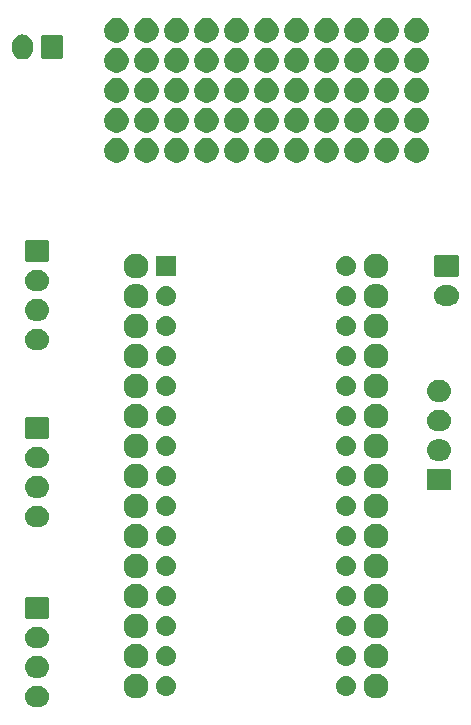
<source format=gbr>
G04 #@! TF.GenerationSoftware,KiCad,Pcbnew,(5.1.4)-1*
G04 #@! TF.CreationDate,2020-02-11T18:35:20-06:00*
G04 #@! TF.ProjectId,SensorBoard,53656e73-6f72-4426-9f61-72642e6b6963,rev?*
G04 #@! TF.SameCoordinates,Original*
G04 #@! TF.FileFunction,Soldermask,Bot*
G04 #@! TF.FilePolarity,Negative*
%FSLAX46Y46*%
G04 Gerber Fmt 4.6, Leading zero omitted, Abs format (unit mm)*
G04 Created by KiCad (PCBNEW (5.1.4)-1) date 2020-02-11 18:35:20*
%MOMM*%
%LPD*%
G04 APERTURE LIST*
%ADD10C,0.100000*%
G04 APERTURE END LIST*
D10*
G36*
X132808025Y-116840000D02*
G01*
X132889627Y-116848037D01*
X133059466Y-116899557D01*
X133215991Y-116983222D01*
X133244749Y-117006823D01*
X133353186Y-117095814D01*
X133436448Y-117197271D01*
X133465778Y-117233009D01*
X133549443Y-117389534D01*
X133600963Y-117559373D01*
X133618359Y-117736000D01*
X133600963Y-117912627D01*
X133549443Y-118082466D01*
X133465778Y-118238991D01*
X133436448Y-118274729D01*
X133353186Y-118376186D01*
X133251729Y-118459448D01*
X133215991Y-118488778D01*
X133059466Y-118572443D01*
X132889627Y-118623963D01*
X132823442Y-118630482D01*
X132757260Y-118637000D01*
X132418740Y-118637000D01*
X132352558Y-118630482D01*
X132286373Y-118623963D01*
X132116534Y-118572443D01*
X131960009Y-118488778D01*
X131924271Y-118459448D01*
X131822814Y-118376186D01*
X131739552Y-118274729D01*
X131710222Y-118238991D01*
X131626557Y-118082466D01*
X131575037Y-117912627D01*
X131557641Y-117736000D01*
X131575037Y-117559373D01*
X131626557Y-117389534D01*
X131710222Y-117233009D01*
X131739552Y-117197271D01*
X131822814Y-117095814D01*
X131931251Y-117006823D01*
X131960009Y-116983222D01*
X132116534Y-116899557D01*
X132286373Y-116848037D01*
X132367975Y-116840000D01*
X132418740Y-116835000D01*
X132757260Y-116835000D01*
X132808025Y-116840000D01*
X132808025Y-116840000D01*
G37*
G36*
X161596416Y-115829879D02*
G01*
X161787592Y-115909067D01*
X161787594Y-115909068D01*
X161906888Y-115988778D01*
X161959648Y-116024031D01*
X162105969Y-116170352D01*
X162220933Y-116342408D01*
X162300121Y-116533584D01*
X162340490Y-116736534D01*
X162340490Y-116943466D01*
X162300121Y-117146416D01*
X162220933Y-117337592D01*
X162220932Y-117337594D01*
X162105969Y-117509648D01*
X161959648Y-117655969D01*
X161787594Y-117770932D01*
X161787593Y-117770933D01*
X161787592Y-117770933D01*
X161596416Y-117850121D01*
X161393466Y-117890490D01*
X161186534Y-117890490D01*
X160983584Y-117850121D01*
X160792408Y-117770933D01*
X160792407Y-117770933D01*
X160792406Y-117770932D01*
X160620352Y-117655969D01*
X160474031Y-117509648D01*
X160359068Y-117337594D01*
X160359067Y-117337592D01*
X160279879Y-117146416D01*
X160239510Y-116943466D01*
X160239510Y-116736534D01*
X160279879Y-116533584D01*
X160359067Y-116342408D01*
X160474031Y-116170352D01*
X160620352Y-116024031D01*
X160673112Y-115988778D01*
X160792406Y-115909068D01*
X160792408Y-115909067D01*
X160983584Y-115829879D01*
X161186534Y-115789510D01*
X161393466Y-115789510D01*
X161596416Y-115829879D01*
X161596416Y-115829879D01*
G37*
G36*
X141276416Y-115829879D02*
G01*
X141467592Y-115909067D01*
X141467594Y-115909068D01*
X141586888Y-115988778D01*
X141639648Y-116024031D01*
X141785969Y-116170352D01*
X141900933Y-116342408D01*
X141980121Y-116533584D01*
X142020490Y-116736534D01*
X142020490Y-116943466D01*
X141980121Y-117146416D01*
X141900933Y-117337592D01*
X141900932Y-117337594D01*
X141785969Y-117509648D01*
X141639648Y-117655969D01*
X141467594Y-117770932D01*
X141467593Y-117770933D01*
X141467592Y-117770933D01*
X141276416Y-117850121D01*
X141073466Y-117890490D01*
X140866534Y-117890490D01*
X140663584Y-117850121D01*
X140472408Y-117770933D01*
X140472407Y-117770933D01*
X140472406Y-117770932D01*
X140300352Y-117655969D01*
X140154031Y-117509648D01*
X140039068Y-117337594D01*
X140039067Y-117337592D01*
X139959879Y-117146416D01*
X139919510Y-116943466D01*
X139919510Y-116736534D01*
X139959879Y-116533584D01*
X140039067Y-116342408D01*
X140154031Y-116170352D01*
X140300352Y-116024031D01*
X140353112Y-115988778D01*
X140472406Y-115909068D01*
X140472408Y-115909067D01*
X140663584Y-115829879D01*
X140866534Y-115789510D01*
X141073466Y-115789510D01*
X141276416Y-115829879D01*
X141276416Y-115829879D01*
G37*
G36*
X158916823Y-116001313D02*
G01*
X159077242Y-116049976D01*
X159209906Y-116120886D01*
X159225078Y-116128996D01*
X159354659Y-116235341D01*
X159461004Y-116364922D01*
X159461005Y-116364924D01*
X159540024Y-116512758D01*
X159588687Y-116673177D01*
X159605117Y-116840000D01*
X159588687Y-117006823D01*
X159540024Y-117167242D01*
X159469114Y-117299906D01*
X159461004Y-117315078D01*
X159354659Y-117444659D01*
X159225078Y-117551004D01*
X159225076Y-117551005D01*
X159077242Y-117630024D01*
X158916823Y-117678687D01*
X158791804Y-117691000D01*
X158708196Y-117691000D01*
X158583177Y-117678687D01*
X158422758Y-117630024D01*
X158274924Y-117551005D01*
X158274922Y-117551004D01*
X158145341Y-117444659D01*
X158038996Y-117315078D01*
X158030886Y-117299906D01*
X157959976Y-117167242D01*
X157911313Y-117006823D01*
X157894883Y-116840000D01*
X157911313Y-116673177D01*
X157959976Y-116512758D01*
X158038995Y-116364924D01*
X158038996Y-116364922D01*
X158145341Y-116235341D01*
X158274922Y-116128996D01*
X158290094Y-116120886D01*
X158422758Y-116049976D01*
X158583177Y-116001313D01*
X158708196Y-115989000D01*
X158791804Y-115989000D01*
X158916823Y-116001313D01*
X158916823Y-116001313D01*
G37*
G36*
X143676823Y-116001313D02*
G01*
X143837242Y-116049976D01*
X143969906Y-116120886D01*
X143985078Y-116128996D01*
X144114659Y-116235341D01*
X144221004Y-116364922D01*
X144221005Y-116364924D01*
X144300024Y-116512758D01*
X144348687Y-116673177D01*
X144365117Y-116840000D01*
X144348687Y-117006823D01*
X144300024Y-117167242D01*
X144229114Y-117299906D01*
X144221004Y-117315078D01*
X144114659Y-117444659D01*
X143985078Y-117551004D01*
X143985076Y-117551005D01*
X143837242Y-117630024D01*
X143676823Y-117678687D01*
X143551804Y-117691000D01*
X143468196Y-117691000D01*
X143343177Y-117678687D01*
X143182758Y-117630024D01*
X143034924Y-117551005D01*
X143034922Y-117551004D01*
X142905341Y-117444659D01*
X142798996Y-117315078D01*
X142790886Y-117299906D01*
X142719976Y-117167242D01*
X142671313Y-117006823D01*
X142654883Y-116840000D01*
X142671313Y-116673177D01*
X142719976Y-116512758D01*
X142798995Y-116364924D01*
X142798996Y-116364922D01*
X142905341Y-116235341D01*
X143034922Y-116128996D01*
X143050094Y-116120886D01*
X143182758Y-116049976D01*
X143343177Y-116001313D01*
X143468196Y-115989000D01*
X143551804Y-115989000D01*
X143676823Y-116001313D01*
X143676823Y-116001313D01*
G37*
G36*
X132823443Y-114341519D02*
G01*
X132889627Y-114348037D01*
X133059466Y-114399557D01*
X133059468Y-114399558D01*
X133066779Y-114403466D01*
X133215991Y-114483222D01*
X133251729Y-114512552D01*
X133353186Y-114595814D01*
X133436448Y-114697271D01*
X133465778Y-114733009D01*
X133549443Y-114889534D01*
X133600963Y-115059373D01*
X133618359Y-115236000D01*
X133600963Y-115412627D01*
X133549443Y-115582466D01*
X133465778Y-115738991D01*
X133436448Y-115774729D01*
X133353186Y-115876186D01*
X133251729Y-115959448D01*
X133215991Y-115988778D01*
X133215989Y-115988779D01*
X133101499Y-116049976D01*
X133059466Y-116072443D01*
X132889627Y-116123963D01*
X132838535Y-116128995D01*
X132757260Y-116137000D01*
X132418740Y-116137000D01*
X132337465Y-116128995D01*
X132286373Y-116123963D01*
X132116534Y-116072443D01*
X132074502Y-116049976D01*
X131960011Y-115988779D01*
X131960009Y-115988778D01*
X131924271Y-115959448D01*
X131822814Y-115876186D01*
X131739552Y-115774729D01*
X131710222Y-115738991D01*
X131626557Y-115582466D01*
X131575037Y-115412627D01*
X131557641Y-115236000D01*
X131575037Y-115059373D01*
X131626557Y-114889534D01*
X131710222Y-114733009D01*
X131739552Y-114697271D01*
X131822814Y-114595814D01*
X131924271Y-114512552D01*
X131960009Y-114483222D01*
X132109221Y-114403466D01*
X132116532Y-114399558D01*
X132116534Y-114399557D01*
X132286373Y-114348037D01*
X132352557Y-114341519D01*
X132418740Y-114335000D01*
X132757260Y-114335000D01*
X132823443Y-114341519D01*
X132823443Y-114341519D01*
G37*
G36*
X161596416Y-113289879D02*
G01*
X161787592Y-113369067D01*
X161787594Y-113369068D01*
X161907220Y-113449000D01*
X161959648Y-113484031D01*
X162105969Y-113630352D01*
X162220933Y-113802408D01*
X162300121Y-113993584D01*
X162340490Y-114196534D01*
X162340490Y-114403466D01*
X162300121Y-114606416D01*
X162220933Y-114797592D01*
X162220932Y-114797594D01*
X162105969Y-114969648D01*
X161959648Y-115115969D01*
X161787594Y-115230932D01*
X161787593Y-115230933D01*
X161787592Y-115230933D01*
X161596416Y-115310121D01*
X161393466Y-115350490D01*
X161186534Y-115350490D01*
X160983584Y-115310121D01*
X160792408Y-115230933D01*
X160792407Y-115230933D01*
X160792406Y-115230932D01*
X160620352Y-115115969D01*
X160474031Y-114969648D01*
X160359068Y-114797594D01*
X160359067Y-114797592D01*
X160279879Y-114606416D01*
X160239510Y-114403466D01*
X160239510Y-114196534D01*
X160279879Y-113993584D01*
X160359067Y-113802408D01*
X160474031Y-113630352D01*
X160620352Y-113484031D01*
X160672780Y-113449000D01*
X160792406Y-113369068D01*
X160792408Y-113369067D01*
X160983584Y-113289879D01*
X161186534Y-113249510D01*
X161393466Y-113249510D01*
X161596416Y-113289879D01*
X161596416Y-113289879D01*
G37*
G36*
X141276416Y-113289879D02*
G01*
X141467592Y-113369067D01*
X141467594Y-113369068D01*
X141587220Y-113449000D01*
X141639648Y-113484031D01*
X141785969Y-113630352D01*
X141900933Y-113802408D01*
X141980121Y-113993584D01*
X142020490Y-114196534D01*
X142020490Y-114403466D01*
X141980121Y-114606416D01*
X141900933Y-114797592D01*
X141900932Y-114797594D01*
X141785969Y-114969648D01*
X141639648Y-115115969D01*
X141467594Y-115230932D01*
X141467593Y-115230933D01*
X141467592Y-115230933D01*
X141276416Y-115310121D01*
X141073466Y-115350490D01*
X140866534Y-115350490D01*
X140663584Y-115310121D01*
X140472408Y-115230933D01*
X140472407Y-115230933D01*
X140472406Y-115230932D01*
X140300352Y-115115969D01*
X140154031Y-114969648D01*
X140039068Y-114797594D01*
X140039067Y-114797592D01*
X139959879Y-114606416D01*
X139919510Y-114403466D01*
X139919510Y-114196534D01*
X139959879Y-113993584D01*
X140039067Y-113802408D01*
X140154031Y-113630352D01*
X140300352Y-113484031D01*
X140352780Y-113449000D01*
X140472406Y-113369068D01*
X140472408Y-113369067D01*
X140663584Y-113289879D01*
X140866534Y-113249510D01*
X141073466Y-113249510D01*
X141276416Y-113289879D01*
X141276416Y-113289879D01*
G37*
G36*
X158916823Y-113461313D02*
G01*
X159077242Y-113509976D01*
X159194109Y-113572443D01*
X159225078Y-113588996D01*
X159354659Y-113695341D01*
X159461004Y-113824922D01*
X159461005Y-113824924D01*
X159540024Y-113972758D01*
X159588687Y-114133177D01*
X159605117Y-114300000D01*
X159588687Y-114466823D01*
X159540024Y-114627242D01*
X159483490Y-114733009D01*
X159461004Y-114775078D01*
X159354659Y-114904659D01*
X159225078Y-115011004D01*
X159225076Y-115011005D01*
X159077242Y-115090024D01*
X158916823Y-115138687D01*
X158791804Y-115151000D01*
X158708196Y-115151000D01*
X158583177Y-115138687D01*
X158422758Y-115090024D01*
X158274924Y-115011005D01*
X158274922Y-115011004D01*
X158145341Y-114904659D01*
X158038996Y-114775078D01*
X158016510Y-114733009D01*
X157959976Y-114627242D01*
X157911313Y-114466823D01*
X157894883Y-114300000D01*
X157911313Y-114133177D01*
X157959976Y-113972758D01*
X158038995Y-113824924D01*
X158038996Y-113824922D01*
X158145341Y-113695341D01*
X158274922Y-113588996D01*
X158305891Y-113572443D01*
X158422758Y-113509976D01*
X158583177Y-113461313D01*
X158708196Y-113449000D01*
X158791804Y-113449000D01*
X158916823Y-113461313D01*
X158916823Y-113461313D01*
G37*
G36*
X143676823Y-113461313D02*
G01*
X143837242Y-113509976D01*
X143954109Y-113572443D01*
X143985078Y-113588996D01*
X144114659Y-113695341D01*
X144221004Y-113824922D01*
X144221005Y-113824924D01*
X144300024Y-113972758D01*
X144348687Y-114133177D01*
X144365117Y-114300000D01*
X144348687Y-114466823D01*
X144300024Y-114627242D01*
X144243490Y-114733009D01*
X144221004Y-114775078D01*
X144114659Y-114904659D01*
X143985078Y-115011004D01*
X143985076Y-115011005D01*
X143837242Y-115090024D01*
X143676823Y-115138687D01*
X143551804Y-115151000D01*
X143468196Y-115151000D01*
X143343177Y-115138687D01*
X143182758Y-115090024D01*
X143034924Y-115011005D01*
X143034922Y-115011004D01*
X142905341Y-114904659D01*
X142798996Y-114775078D01*
X142776510Y-114733009D01*
X142719976Y-114627242D01*
X142671313Y-114466823D01*
X142654883Y-114300000D01*
X142671313Y-114133177D01*
X142719976Y-113972758D01*
X142798995Y-113824924D01*
X142798996Y-113824922D01*
X142905341Y-113695341D01*
X143034922Y-113588996D01*
X143065891Y-113572443D01*
X143182758Y-113509976D01*
X143343177Y-113461313D01*
X143468196Y-113449000D01*
X143551804Y-113449000D01*
X143676823Y-113461313D01*
X143676823Y-113461313D01*
G37*
G36*
X132823442Y-111841518D02*
G01*
X132889627Y-111848037D01*
X133059466Y-111899557D01*
X133215991Y-111983222D01*
X133251729Y-112012552D01*
X133353186Y-112095814D01*
X133436448Y-112197271D01*
X133465778Y-112233009D01*
X133549443Y-112389534D01*
X133600963Y-112559373D01*
X133618359Y-112736000D01*
X133600963Y-112912627D01*
X133549443Y-113082466D01*
X133465778Y-113238991D01*
X133457145Y-113249510D01*
X133353186Y-113376186D01*
X133251729Y-113459448D01*
X133215991Y-113488778D01*
X133059466Y-113572443D01*
X132889627Y-113623963D01*
X132824757Y-113630352D01*
X132757260Y-113637000D01*
X132418740Y-113637000D01*
X132351243Y-113630352D01*
X132286373Y-113623963D01*
X132116534Y-113572443D01*
X131960009Y-113488778D01*
X131924271Y-113459448D01*
X131822814Y-113376186D01*
X131718855Y-113249510D01*
X131710222Y-113238991D01*
X131626557Y-113082466D01*
X131575037Y-112912627D01*
X131557641Y-112736000D01*
X131575037Y-112559373D01*
X131626557Y-112389534D01*
X131710222Y-112233009D01*
X131739552Y-112197271D01*
X131822814Y-112095814D01*
X131924271Y-112012552D01*
X131960009Y-111983222D01*
X132116534Y-111899557D01*
X132286373Y-111848037D01*
X132352558Y-111841518D01*
X132418740Y-111835000D01*
X132757260Y-111835000D01*
X132823442Y-111841518D01*
X132823442Y-111841518D01*
G37*
G36*
X161596416Y-110749879D02*
G01*
X161787592Y-110829067D01*
X161787594Y-110829068D01*
X161851846Y-110872000D01*
X161959648Y-110944031D01*
X162105969Y-111090352D01*
X162220933Y-111262408D01*
X162300121Y-111453584D01*
X162340490Y-111656534D01*
X162340490Y-111863466D01*
X162300121Y-112066416D01*
X162220933Y-112257592D01*
X162220932Y-112257594D01*
X162105969Y-112429648D01*
X161959648Y-112575969D01*
X161787594Y-112690932D01*
X161787593Y-112690933D01*
X161787592Y-112690933D01*
X161596416Y-112770121D01*
X161393466Y-112810490D01*
X161186534Y-112810490D01*
X160983584Y-112770121D01*
X160792408Y-112690933D01*
X160792407Y-112690933D01*
X160792406Y-112690932D01*
X160620352Y-112575969D01*
X160474031Y-112429648D01*
X160359068Y-112257594D01*
X160359067Y-112257592D01*
X160279879Y-112066416D01*
X160239510Y-111863466D01*
X160239510Y-111656534D01*
X160279879Y-111453584D01*
X160359067Y-111262408D01*
X160474031Y-111090352D01*
X160620352Y-110944031D01*
X160728154Y-110872000D01*
X160792406Y-110829068D01*
X160792408Y-110829067D01*
X160983584Y-110749879D01*
X161186534Y-110709510D01*
X161393466Y-110709510D01*
X161596416Y-110749879D01*
X161596416Y-110749879D01*
G37*
G36*
X141276416Y-110749879D02*
G01*
X141467592Y-110829067D01*
X141467594Y-110829068D01*
X141531846Y-110872000D01*
X141639648Y-110944031D01*
X141785969Y-111090352D01*
X141900933Y-111262408D01*
X141980121Y-111453584D01*
X142020490Y-111656534D01*
X142020490Y-111863466D01*
X141980121Y-112066416D01*
X141900933Y-112257592D01*
X141900932Y-112257594D01*
X141785969Y-112429648D01*
X141639648Y-112575969D01*
X141467594Y-112690932D01*
X141467593Y-112690933D01*
X141467592Y-112690933D01*
X141276416Y-112770121D01*
X141073466Y-112810490D01*
X140866534Y-112810490D01*
X140663584Y-112770121D01*
X140472408Y-112690933D01*
X140472407Y-112690933D01*
X140472406Y-112690932D01*
X140300352Y-112575969D01*
X140154031Y-112429648D01*
X140039068Y-112257594D01*
X140039067Y-112257592D01*
X139959879Y-112066416D01*
X139919510Y-111863466D01*
X139919510Y-111656534D01*
X139959879Y-111453584D01*
X140039067Y-111262408D01*
X140154031Y-111090352D01*
X140300352Y-110944031D01*
X140408154Y-110872000D01*
X140472406Y-110829068D01*
X140472408Y-110829067D01*
X140663584Y-110749879D01*
X140866534Y-110709510D01*
X141073466Y-110709510D01*
X141276416Y-110749879D01*
X141276416Y-110749879D01*
G37*
G36*
X158916823Y-110921313D02*
G01*
X159077242Y-110969976D01*
X159169382Y-111019226D01*
X159225078Y-111048996D01*
X159354659Y-111155341D01*
X159461004Y-111284922D01*
X159461005Y-111284924D01*
X159540024Y-111432758D01*
X159588687Y-111593177D01*
X159605117Y-111760000D01*
X159588687Y-111926823D01*
X159540024Y-112087242D01*
X159469114Y-112219906D01*
X159461004Y-112235078D01*
X159354659Y-112364659D01*
X159225078Y-112471004D01*
X159225076Y-112471005D01*
X159077242Y-112550024D01*
X158916823Y-112598687D01*
X158791804Y-112611000D01*
X158708196Y-112611000D01*
X158583177Y-112598687D01*
X158422758Y-112550024D01*
X158274924Y-112471005D01*
X158274922Y-112471004D01*
X158145341Y-112364659D01*
X158038996Y-112235078D01*
X158030886Y-112219906D01*
X157959976Y-112087242D01*
X157911313Y-111926823D01*
X157894883Y-111760000D01*
X157911313Y-111593177D01*
X157959976Y-111432758D01*
X158038995Y-111284924D01*
X158038996Y-111284922D01*
X158145341Y-111155341D01*
X158274922Y-111048996D01*
X158330618Y-111019226D01*
X158422758Y-110969976D01*
X158583177Y-110921313D01*
X158708196Y-110909000D01*
X158791804Y-110909000D01*
X158916823Y-110921313D01*
X158916823Y-110921313D01*
G37*
G36*
X143676823Y-110921313D02*
G01*
X143837242Y-110969976D01*
X143929382Y-111019226D01*
X143985078Y-111048996D01*
X144114659Y-111155341D01*
X144221004Y-111284922D01*
X144221005Y-111284924D01*
X144300024Y-111432758D01*
X144348687Y-111593177D01*
X144365117Y-111760000D01*
X144348687Y-111926823D01*
X144300024Y-112087242D01*
X144229114Y-112219906D01*
X144221004Y-112235078D01*
X144114659Y-112364659D01*
X143985078Y-112471004D01*
X143985076Y-112471005D01*
X143837242Y-112550024D01*
X143676823Y-112598687D01*
X143551804Y-112611000D01*
X143468196Y-112611000D01*
X143343177Y-112598687D01*
X143182758Y-112550024D01*
X143034924Y-112471005D01*
X143034922Y-112471004D01*
X142905341Y-112364659D01*
X142798996Y-112235078D01*
X142790886Y-112219906D01*
X142719976Y-112087242D01*
X142671313Y-111926823D01*
X142654883Y-111760000D01*
X142671313Y-111593177D01*
X142719976Y-111432758D01*
X142798995Y-111284924D01*
X142798996Y-111284922D01*
X142905341Y-111155341D01*
X143034922Y-111048996D01*
X143090618Y-111019226D01*
X143182758Y-110969976D01*
X143343177Y-110921313D01*
X143468196Y-110909000D01*
X143551804Y-110909000D01*
X143676823Y-110921313D01*
X143676823Y-110921313D01*
G37*
G36*
X133471600Y-109338989D02*
G01*
X133504652Y-109349015D01*
X133535103Y-109365292D01*
X133561799Y-109387201D01*
X133583708Y-109413897D01*
X133599985Y-109444348D01*
X133610011Y-109477400D01*
X133614000Y-109517903D01*
X133614000Y-110954097D01*
X133610011Y-110994600D01*
X133599985Y-111027652D01*
X133583708Y-111058103D01*
X133561799Y-111084799D01*
X133535103Y-111106708D01*
X133504652Y-111122985D01*
X133471600Y-111133011D01*
X133431097Y-111137000D01*
X131744903Y-111137000D01*
X131704400Y-111133011D01*
X131671348Y-111122985D01*
X131640897Y-111106708D01*
X131614201Y-111084799D01*
X131592292Y-111058103D01*
X131576015Y-111027652D01*
X131565989Y-110994600D01*
X131562000Y-110954097D01*
X131562000Y-109517903D01*
X131565989Y-109477400D01*
X131576015Y-109444348D01*
X131592292Y-109413897D01*
X131614201Y-109387201D01*
X131640897Y-109365292D01*
X131671348Y-109349015D01*
X131704400Y-109338989D01*
X131744903Y-109335000D01*
X133431097Y-109335000D01*
X133471600Y-109338989D01*
X133471600Y-109338989D01*
G37*
G36*
X161596416Y-108209879D02*
G01*
X161787592Y-108289067D01*
X161787594Y-108289068D01*
X161907220Y-108369000D01*
X161959648Y-108404031D01*
X162105969Y-108550352D01*
X162220933Y-108722408D01*
X162300121Y-108913584D01*
X162340490Y-109116534D01*
X162340490Y-109323466D01*
X162300121Y-109526416D01*
X162220933Y-109717592D01*
X162220932Y-109717594D01*
X162105969Y-109889648D01*
X161959648Y-110035969D01*
X161787594Y-110150932D01*
X161787593Y-110150933D01*
X161787592Y-110150933D01*
X161596416Y-110230121D01*
X161393466Y-110270490D01*
X161186534Y-110270490D01*
X160983584Y-110230121D01*
X160792408Y-110150933D01*
X160792407Y-110150933D01*
X160792406Y-110150932D01*
X160620352Y-110035969D01*
X160474031Y-109889648D01*
X160359068Y-109717594D01*
X160359067Y-109717592D01*
X160279879Y-109526416D01*
X160239510Y-109323466D01*
X160239510Y-109116534D01*
X160279879Y-108913584D01*
X160359067Y-108722408D01*
X160474031Y-108550352D01*
X160620352Y-108404031D01*
X160672780Y-108369000D01*
X160792406Y-108289068D01*
X160792408Y-108289067D01*
X160983584Y-108209879D01*
X161186534Y-108169510D01*
X161393466Y-108169510D01*
X161596416Y-108209879D01*
X161596416Y-108209879D01*
G37*
G36*
X141276416Y-108209879D02*
G01*
X141467592Y-108289067D01*
X141467594Y-108289068D01*
X141587220Y-108369000D01*
X141639648Y-108404031D01*
X141785969Y-108550352D01*
X141900933Y-108722408D01*
X141980121Y-108913584D01*
X142020490Y-109116534D01*
X142020490Y-109323466D01*
X141980121Y-109526416D01*
X141900933Y-109717592D01*
X141900932Y-109717594D01*
X141785969Y-109889648D01*
X141639648Y-110035969D01*
X141467594Y-110150932D01*
X141467593Y-110150933D01*
X141467592Y-110150933D01*
X141276416Y-110230121D01*
X141073466Y-110270490D01*
X140866534Y-110270490D01*
X140663584Y-110230121D01*
X140472408Y-110150933D01*
X140472407Y-110150933D01*
X140472406Y-110150932D01*
X140300352Y-110035969D01*
X140154031Y-109889648D01*
X140039068Y-109717594D01*
X140039067Y-109717592D01*
X139959879Y-109526416D01*
X139919510Y-109323466D01*
X139919510Y-109116534D01*
X139959879Y-108913584D01*
X140039067Y-108722408D01*
X140154031Y-108550352D01*
X140300352Y-108404031D01*
X140352780Y-108369000D01*
X140472406Y-108289068D01*
X140472408Y-108289067D01*
X140663584Y-108209879D01*
X140866534Y-108169510D01*
X141073466Y-108169510D01*
X141276416Y-108209879D01*
X141276416Y-108209879D01*
G37*
G36*
X158916823Y-108381313D02*
G01*
X159077242Y-108429976D01*
X159209906Y-108500886D01*
X159225078Y-108508996D01*
X159354659Y-108615341D01*
X159461004Y-108744922D01*
X159461005Y-108744924D01*
X159540024Y-108892758D01*
X159588687Y-109053177D01*
X159605117Y-109220000D01*
X159588687Y-109386823D01*
X159540024Y-109547242D01*
X159511824Y-109600000D01*
X159461004Y-109695078D01*
X159354659Y-109824659D01*
X159225078Y-109931004D01*
X159225076Y-109931005D01*
X159077242Y-110010024D01*
X158916823Y-110058687D01*
X158791804Y-110071000D01*
X158708196Y-110071000D01*
X158583177Y-110058687D01*
X158422758Y-110010024D01*
X158274924Y-109931005D01*
X158274922Y-109931004D01*
X158145341Y-109824659D01*
X158038996Y-109695078D01*
X157988176Y-109600000D01*
X157959976Y-109547242D01*
X157911313Y-109386823D01*
X157894883Y-109220000D01*
X157911313Y-109053177D01*
X157959976Y-108892758D01*
X158038995Y-108744924D01*
X158038996Y-108744922D01*
X158145341Y-108615341D01*
X158274922Y-108508996D01*
X158290094Y-108500886D01*
X158422758Y-108429976D01*
X158583177Y-108381313D01*
X158708196Y-108369000D01*
X158791804Y-108369000D01*
X158916823Y-108381313D01*
X158916823Y-108381313D01*
G37*
G36*
X143676823Y-108381313D02*
G01*
X143837242Y-108429976D01*
X143969906Y-108500886D01*
X143985078Y-108508996D01*
X144114659Y-108615341D01*
X144221004Y-108744922D01*
X144221005Y-108744924D01*
X144300024Y-108892758D01*
X144348687Y-109053177D01*
X144365117Y-109220000D01*
X144348687Y-109386823D01*
X144300024Y-109547242D01*
X144271824Y-109600000D01*
X144221004Y-109695078D01*
X144114659Y-109824659D01*
X143985078Y-109931004D01*
X143985076Y-109931005D01*
X143837242Y-110010024D01*
X143676823Y-110058687D01*
X143551804Y-110071000D01*
X143468196Y-110071000D01*
X143343177Y-110058687D01*
X143182758Y-110010024D01*
X143034924Y-109931005D01*
X143034922Y-109931004D01*
X142905341Y-109824659D01*
X142798996Y-109695078D01*
X142748176Y-109600000D01*
X142719976Y-109547242D01*
X142671313Y-109386823D01*
X142654883Y-109220000D01*
X142671313Y-109053177D01*
X142719976Y-108892758D01*
X142798995Y-108744924D01*
X142798996Y-108744922D01*
X142905341Y-108615341D01*
X143034922Y-108508996D01*
X143050094Y-108500886D01*
X143182758Y-108429976D01*
X143343177Y-108381313D01*
X143468196Y-108369000D01*
X143551804Y-108369000D01*
X143676823Y-108381313D01*
X143676823Y-108381313D01*
G37*
G36*
X161596416Y-105669879D02*
G01*
X161787592Y-105749067D01*
X161787594Y-105749068D01*
X161907220Y-105829000D01*
X161959648Y-105864031D01*
X162105969Y-106010352D01*
X162220933Y-106182408D01*
X162300121Y-106373584D01*
X162340490Y-106576534D01*
X162340490Y-106783466D01*
X162300121Y-106986416D01*
X162220933Y-107177592D01*
X162220932Y-107177594D01*
X162105969Y-107349648D01*
X161959648Y-107495969D01*
X161787594Y-107610932D01*
X161787593Y-107610933D01*
X161787592Y-107610933D01*
X161596416Y-107690121D01*
X161393466Y-107730490D01*
X161186534Y-107730490D01*
X160983584Y-107690121D01*
X160792408Y-107610933D01*
X160792407Y-107610933D01*
X160792406Y-107610932D01*
X160620352Y-107495969D01*
X160474031Y-107349648D01*
X160359068Y-107177594D01*
X160359067Y-107177592D01*
X160279879Y-106986416D01*
X160239510Y-106783466D01*
X160239510Y-106576534D01*
X160279879Y-106373584D01*
X160359067Y-106182408D01*
X160474031Y-106010352D01*
X160620352Y-105864031D01*
X160672780Y-105829000D01*
X160792406Y-105749068D01*
X160792408Y-105749067D01*
X160983584Y-105669879D01*
X161186534Y-105629510D01*
X161393466Y-105629510D01*
X161596416Y-105669879D01*
X161596416Y-105669879D01*
G37*
G36*
X141276416Y-105669879D02*
G01*
X141467592Y-105749067D01*
X141467594Y-105749068D01*
X141587220Y-105829000D01*
X141639648Y-105864031D01*
X141785969Y-106010352D01*
X141900933Y-106182408D01*
X141980121Y-106373584D01*
X142020490Y-106576534D01*
X142020490Y-106783466D01*
X141980121Y-106986416D01*
X141900933Y-107177592D01*
X141900932Y-107177594D01*
X141785969Y-107349648D01*
X141639648Y-107495969D01*
X141467594Y-107610932D01*
X141467593Y-107610933D01*
X141467592Y-107610933D01*
X141276416Y-107690121D01*
X141073466Y-107730490D01*
X140866534Y-107730490D01*
X140663584Y-107690121D01*
X140472408Y-107610933D01*
X140472407Y-107610933D01*
X140472406Y-107610932D01*
X140300352Y-107495969D01*
X140154031Y-107349648D01*
X140039068Y-107177594D01*
X140039067Y-107177592D01*
X139959879Y-106986416D01*
X139919510Y-106783466D01*
X139919510Y-106576534D01*
X139959879Y-106373584D01*
X140039067Y-106182408D01*
X140154031Y-106010352D01*
X140300352Y-105864031D01*
X140352780Y-105829000D01*
X140472406Y-105749068D01*
X140472408Y-105749067D01*
X140663584Y-105669879D01*
X140866534Y-105629510D01*
X141073466Y-105629510D01*
X141276416Y-105669879D01*
X141276416Y-105669879D01*
G37*
G36*
X158916823Y-105841313D02*
G01*
X159077242Y-105889976D01*
X159209906Y-105960886D01*
X159225078Y-105968996D01*
X159354659Y-106075341D01*
X159461004Y-106204922D01*
X159461005Y-106204924D01*
X159540024Y-106352758D01*
X159588687Y-106513177D01*
X159605117Y-106680000D01*
X159588687Y-106846823D01*
X159540024Y-107007242D01*
X159469114Y-107139906D01*
X159461004Y-107155078D01*
X159354659Y-107284659D01*
X159225078Y-107391004D01*
X159225076Y-107391005D01*
X159077242Y-107470024D01*
X158916823Y-107518687D01*
X158791804Y-107531000D01*
X158708196Y-107531000D01*
X158583177Y-107518687D01*
X158422758Y-107470024D01*
X158274924Y-107391005D01*
X158274922Y-107391004D01*
X158145341Y-107284659D01*
X158038996Y-107155078D01*
X158030886Y-107139906D01*
X157959976Y-107007242D01*
X157911313Y-106846823D01*
X157894883Y-106680000D01*
X157911313Y-106513177D01*
X157959976Y-106352758D01*
X158038995Y-106204924D01*
X158038996Y-106204922D01*
X158145341Y-106075341D01*
X158274922Y-105968996D01*
X158290094Y-105960886D01*
X158422758Y-105889976D01*
X158583177Y-105841313D01*
X158708196Y-105829000D01*
X158791804Y-105829000D01*
X158916823Y-105841313D01*
X158916823Y-105841313D01*
G37*
G36*
X143676823Y-105841313D02*
G01*
X143837242Y-105889976D01*
X143969906Y-105960886D01*
X143985078Y-105968996D01*
X144114659Y-106075341D01*
X144221004Y-106204922D01*
X144221005Y-106204924D01*
X144300024Y-106352758D01*
X144348687Y-106513177D01*
X144365117Y-106680000D01*
X144348687Y-106846823D01*
X144300024Y-107007242D01*
X144229114Y-107139906D01*
X144221004Y-107155078D01*
X144114659Y-107284659D01*
X143985078Y-107391004D01*
X143985076Y-107391005D01*
X143837242Y-107470024D01*
X143676823Y-107518687D01*
X143551804Y-107531000D01*
X143468196Y-107531000D01*
X143343177Y-107518687D01*
X143182758Y-107470024D01*
X143034924Y-107391005D01*
X143034922Y-107391004D01*
X142905341Y-107284659D01*
X142798996Y-107155078D01*
X142790886Y-107139906D01*
X142719976Y-107007242D01*
X142671313Y-106846823D01*
X142654883Y-106680000D01*
X142671313Y-106513177D01*
X142719976Y-106352758D01*
X142798995Y-106204924D01*
X142798996Y-106204922D01*
X142905341Y-106075341D01*
X143034922Y-105968996D01*
X143050094Y-105960886D01*
X143182758Y-105889976D01*
X143343177Y-105841313D01*
X143468196Y-105829000D01*
X143551804Y-105829000D01*
X143676823Y-105841313D01*
X143676823Y-105841313D01*
G37*
G36*
X141276416Y-103129879D02*
G01*
X141467592Y-103209067D01*
X141467594Y-103209068D01*
X141587220Y-103289000D01*
X141639648Y-103324031D01*
X141785969Y-103470352D01*
X141900933Y-103642408D01*
X141980121Y-103833584D01*
X142020490Y-104036534D01*
X142020490Y-104243466D01*
X141980121Y-104446416D01*
X141900933Y-104637592D01*
X141900932Y-104637594D01*
X141785969Y-104809648D01*
X141639648Y-104955969D01*
X141467594Y-105070932D01*
X141467593Y-105070933D01*
X141467592Y-105070933D01*
X141276416Y-105150121D01*
X141073466Y-105190490D01*
X140866534Y-105190490D01*
X140663584Y-105150121D01*
X140472408Y-105070933D01*
X140472407Y-105070933D01*
X140472406Y-105070932D01*
X140300352Y-104955969D01*
X140154031Y-104809648D01*
X140039068Y-104637594D01*
X140039067Y-104637592D01*
X139959879Y-104446416D01*
X139919510Y-104243466D01*
X139919510Y-104036534D01*
X139959879Y-103833584D01*
X140039067Y-103642408D01*
X140154031Y-103470352D01*
X140300352Y-103324031D01*
X140352780Y-103289000D01*
X140472406Y-103209068D01*
X140472408Y-103209067D01*
X140663584Y-103129879D01*
X140866534Y-103089510D01*
X141073466Y-103089510D01*
X141276416Y-103129879D01*
X141276416Y-103129879D01*
G37*
G36*
X161596416Y-103129879D02*
G01*
X161787592Y-103209067D01*
X161787594Y-103209068D01*
X161907220Y-103289000D01*
X161959648Y-103324031D01*
X162105969Y-103470352D01*
X162220933Y-103642408D01*
X162300121Y-103833584D01*
X162340490Y-104036534D01*
X162340490Y-104243466D01*
X162300121Y-104446416D01*
X162220933Y-104637592D01*
X162220932Y-104637594D01*
X162105969Y-104809648D01*
X161959648Y-104955969D01*
X161787594Y-105070932D01*
X161787593Y-105070933D01*
X161787592Y-105070933D01*
X161596416Y-105150121D01*
X161393466Y-105190490D01*
X161186534Y-105190490D01*
X160983584Y-105150121D01*
X160792408Y-105070933D01*
X160792407Y-105070933D01*
X160792406Y-105070932D01*
X160620352Y-104955969D01*
X160474031Y-104809648D01*
X160359068Y-104637594D01*
X160359067Y-104637592D01*
X160279879Y-104446416D01*
X160239510Y-104243466D01*
X160239510Y-104036534D01*
X160279879Y-103833584D01*
X160359067Y-103642408D01*
X160474031Y-103470352D01*
X160620352Y-103324031D01*
X160672780Y-103289000D01*
X160792406Y-103209068D01*
X160792408Y-103209067D01*
X160983584Y-103129879D01*
X161186534Y-103089510D01*
X161393466Y-103089510D01*
X161596416Y-103129879D01*
X161596416Y-103129879D01*
G37*
G36*
X158916823Y-103301313D02*
G01*
X159077242Y-103349976D01*
X159209906Y-103420886D01*
X159225078Y-103428996D01*
X159354659Y-103535341D01*
X159461004Y-103664922D01*
X159461005Y-103664924D01*
X159540024Y-103812758D01*
X159588687Y-103973177D01*
X159605117Y-104140000D01*
X159588687Y-104306823D01*
X159540024Y-104467242D01*
X159469114Y-104599906D01*
X159461004Y-104615078D01*
X159354659Y-104744659D01*
X159225078Y-104851004D01*
X159225076Y-104851005D01*
X159077242Y-104930024D01*
X158916823Y-104978687D01*
X158791804Y-104991000D01*
X158708196Y-104991000D01*
X158583177Y-104978687D01*
X158422758Y-104930024D01*
X158274924Y-104851005D01*
X158274922Y-104851004D01*
X158145341Y-104744659D01*
X158038996Y-104615078D01*
X158030886Y-104599906D01*
X157959976Y-104467242D01*
X157911313Y-104306823D01*
X157894883Y-104140000D01*
X157911313Y-103973177D01*
X157959976Y-103812758D01*
X158038995Y-103664924D01*
X158038996Y-103664922D01*
X158145341Y-103535341D01*
X158274922Y-103428996D01*
X158290094Y-103420886D01*
X158422758Y-103349976D01*
X158583177Y-103301313D01*
X158708196Y-103289000D01*
X158791804Y-103289000D01*
X158916823Y-103301313D01*
X158916823Y-103301313D01*
G37*
G36*
X143676823Y-103301313D02*
G01*
X143837242Y-103349976D01*
X143969906Y-103420886D01*
X143985078Y-103428996D01*
X144114659Y-103535341D01*
X144221004Y-103664922D01*
X144221005Y-103664924D01*
X144300024Y-103812758D01*
X144348687Y-103973177D01*
X144365117Y-104140000D01*
X144348687Y-104306823D01*
X144300024Y-104467242D01*
X144229114Y-104599906D01*
X144221004Y-104615078D01*
X144114659Y-104744659D01*
X143985078Y-104851004D01*
X143985076Y-104851005D01*
X143837242Y-104930024D01*
X143676823Y-104978687D01*
X143551804Y-104991000D01*
X143468196Y-104991000D01*
X143343177Y-104978687D01*
X143182758Y-104930024D01*
X143034924Y-104851005D01*
X143034922Y-104851004D01*
X142905341Y-104744659D01*
X142798996Y-104615078D01*
X142790886Y-104599906D01*
X142719976Y-104467242D01*
X142671313Y-104306823D01*
X142654883Y-104140000D01*
X142671313Y-103973177D01*
X142719976Y-103812758D01*
X142798995Y-103664924D01*
X142798996Y-103664922D01*
X142905341Y-103535341D01*
X143034922Y-103428996D01*
X143050094Y-103420886D01*
X143182758Y-103349976D01*
X143343177Y-103301313D01*
X143468196Y-103289000D01*
X143551804Y-103289000D01*
X143676823Y-103301313D01*
X143676823Y-103301313D01*
G37*
G36*
X132808025Y-101600000D02*
G01*
X132889627Y-101608037D01*
X133059466Y-101659557D01*
X133215991Y-101743222D01*
X133244749Y-101766823D01*
X133353186Y-101855814D01*
X133436448Y-101957271D01*
X133465778Y-101993009D01*
X133549443Y-102149534D01*
X133600963Y-102319373D01*
X133618359Y-102496000D01*
X133600963Y-102672627D01*
X133549443Y-102842466D01*
X133465778Y-102998991D01*
X133436448Y-103034729D01*
X133353186Y-103136186D01*
X133251729Y-103219448D01*
X133215991Y-103248778D01*
X133059466Y-103332443D01*
X132889627Y-103383963D01*
X132823442Y-103390482D01*
X132757260Y-103397000D01*
X132418740Y-103397000D01*
X132352558Y-103390482D01*
X132286373Y-103383963D01*
X132116534Y-103332443D01*
X131960009Y-103248778D01*
X131924271Y-103219448D01*
X131822814Y-103136186D01*
X131739552Y-103034729D01*
X131710222Y-102998991D01*
X131626557Y-102842466D01*
X131575037Y-102672627D01*
X131557641Y-102496000D01*
X131575037Y-102319373D01*
X131626557Y-102149534D01*
X131710222Y-101993009D01*
X131739552Y-101957271D01*
X131822814Y-101855814D01*
X131931251Y-101766823D01*
X131960009Y-101743222D01*
X132116534Y-101659557D01*
X132286373Y-101608037D01*
X132367975Y-101600000D01*
X132418740Y-101595000D01*
X132757260Y-101595000D01*
X132808025Y-101600000D01*
X132808025Y-101600000D01*
G37*
G36*
X161596416Y-100589879D02*
G01*
X161787592Y-100669067D01*
X161787594Y-100669068D01*
X161906888Y-100748778D01*
X161959648Y-100784031D01*
X162105969Y-100930352D01*
X162220933Y-101102408D01*
X162300121Y-101293584D01*
X162340490Y-101496534D01*
X162340490Y-101703466D01*
X162300121Y-101906416D01*
X162220933Y-102097592D01*
X162220932Y-102097594D01*
X162105969Y-102269648D01*
X161959648Y-102415969D01*
X161787594Y-102530932D01*
X161787593Y-102530933D01*
X161787592Y-102530933D01*
X161596416Y-102610121D01*
X161393466Y-102650490D01*
X161186534Y-102650490D01*
X160983584Y-102610121D01*
X160792408Y-102530933D01*
X160792407Y-102530933D01*
X160792406Y-102530932D01*
X160620352Y-102415969D01*
X160474031Y-102269648D01*
X160359068Y-102097594D01*
X160359067Y-102097592D01*
X160279879Y-101906416D01*
X160239510Y-101703466D01*
X160239510Y-101496534D01*
X160279879Y-101293584D01*
X160359067Y-101102408D01*
X160474031Y-100930352D01*
X160620352Y-100784031D01*
X160673112Y-100748778D01*
X160792406Y-100669068D01*
X160792408Y-100669067D01*
X160983584Y-100589879D01*
X161186534Y-100549510D01*
X161393466Y-100549510D01*
X161596416Y-100589879D01*
X161596416Y-100589879D01*
G37*
G36*
X141276416Y-100589879D02*
G01*
X141467592Y-100669067D01*
X141467594Y-100669068D01*
X141586888Y-100748778D01*
X141639648Y-100784031D01*
X141785969Y-100930352D01*
X141900933Y-101102408D01*
X141980121Y-101293584D01*
X142020490Y-101496534D01*
X142020490Y-101703466D01*
X141980121Y-101906416D01*
X141900933Y-102097592D01*
X141900932Y-102097594D01*
X141785969Y-102269648D01*
X141639648Y-102415969D01*
X141467594Y-102530932D01*
X141467593Y-102530933D01*
X141467592Y-102530933D01*
X141276416Y-102610121D01*
X141073466Y-102650490D01*
X140866534Y-102650490D01*
X140663584Y-102610121D01*
X140472408Y-102530933D01*
X140472407Y-102530933D01*
X140472406Y-102530932D01*
X140300352Y-102415969D01*
X140154031Y-102269648D01*
X140039068Y-102097594D01*
X140039067Y-102097592D01*
X139959879Y-101906416D01*
X139919510Y-101703466D01*
X139919510Y-101496534D01*
X139959879Y-101293584D01*
X140039067Y-101102408D01*
X140154031Y-100930352D01*
X140300352Y-100784031D01*
X140353112Y-100748778D01*
X140472406Y-100669068D01*
X140472408Y-100669067D01*
X140663584Y-100589879D01*
X140866534Y-100549510D01*
X141073466Y-100549510D01*
X141276416Y-100589879D01*
X141276416Y-100589879D01*
G37*
G36*
X158916823Y-100761313D02*
G01*
X159077242Y-100809976D01*
X159209906Y-100880886D01*
X159225078Y-100888996D01*
X159354659Y-100995341D01*
X159461004Y-101124922D01*
X159461005Y-101124924D01*
X159540024Y-101272758D01*
X159588687Y-101433177D01*
X159605117Y-101600000D01*
X159588687Y-101766823D01*
X159540024Y-101927242D01*
X159469114Y-102059906D01*
X159461004Y-102075078D01*
X159354659Y-102204659D01*
X159225078Y-102311004D01*
X159225076Y-102311005D01*
X159077242Y-102390024D01*
X158916823Y-102438687D01*
X158791804Y-102451000D01*
X158708196Y-102451000D01*
X158583177Y-102438687D01*
X158422758Y-102390024D01*
X158274924Y-102311005D01*
X158274922Y-102311004D01*
X158145341Y-102204659D01*
X158038996Y-102075078D01*
X158030886Y-102059906D01*
X157959976Y-101927242D01*
X157911313Y-101766823D01*
X157894883Y-101600000D01*
X157911313Y-101433177D01*
X157959976Y-101272758D01*
X158038995Y-101124924D01*
X158038996Y-101124922D01*
X158145341Y-100995341D01*
X158274922Y-100888996D01*
X158290094Y-100880886D01*
X158422758Y-100809976D01*
X158583177Y-100761313D01*
X158708196Y-100749000D01*
X158791804Y-100749000D01*
X158916823Y-100761313D01*
X158916823Y-100761313D01*
G37*
G36*
X143676823Y-100761313D02*
G01*
X143837242Y-100809976D01*
X143969906Y-100880886D01*
X143985078Y-100888996D01*
X144114659Y-100995341D01*
X144221004Y-101124922D01*
X144221005Y-101124924D01*
X144300024Y-101272758D01*
X144348687Y-101433177D01*
X144365117Y-101600000D01*
X144348687Y-101766823D01*
X144300024Y-101927242D01*
X144229114Y-102059906D01*
X144221004Y-102075078D01*
X144114659Y-102204659D01*
X143985078Y-102311004D01*
X143985076Y-102311005D01*
X143837242Y-102390024D01*
X143676823Y-102438687D01*
X143551804Y-102451000D01*
X143468196Y-102451000D01*
X143343177Y-102438687D01*
X143182758Y-102390024D01*
X143034924Y-102311005D01*
X143034922Y-102311004D01*
X142905341Y-102204659D01*
X142798996Y-102075078D01*
X142790886Y-102059906D01*
X142719976Y-101927242D01*
X142671313Y-101766823D01*
X142654883Y-101600000D01*
X142671313Y-101433177D01*
X142719976Y-101272758D01*
X142798995Y-101124924D01*
X142798996Y-101124922D01*
X142905341Y-100995341D01*
X143034922Y-100888996D01*
X143050094Y-100880886D01*
X143182758Y-100809976D01*
X143343177Y-100761313D01*
X143468196Y-100749000D01*
X143551804Y-100749000D01*
X143676823Y-100761313D01*
X143676823Y-100761313D01*
G37*
G36*
X132823442Y-99101518D02*
G01*
X132889627Y-99108037D01*
X133059466Y-99159557D01*
X133059468Y-99159558D01*
X133066779Y-99163466D01*
X133215991Y-99243222D01*
X133251729Y-99272552D01*
X133353186Y-99355814D01*
X133436448Y-99457271D01*
X133465778Y-99493009D01*
X133549443Y-99649534D01*
X133600963Y-99819373D01*
X133618359Y-99996000D01*
X133600963Y-100172627D01*
X133549443Y-100342466D01*
X133465778Y-100498991D01*
X133436448Y-100534729D01*
X133353186Y-100636186D01*
X133251729Y-100719448D01*
X133215991Y-100748778D01*
X133215989Y-100748779D01*
X133101499Y-100809976D01*
X133059466Y-100832443D01*
X132889627Y-100883963D01*
X132838535Y-100888995D01*
X132757260Y-100897000D01*
X132418740Y-100897000D01*
X132337465Y-100888995D01*
X132286373Y-100883963D01*
X132116534Y-100832443D01*
X132074502Y-100809976D01*
X131960011Y-100748779D01*
X131960009Y-100748778D01*
X131924271Y-100719448D01*
X131822814Y-100636186D01*
X131739552Y-100534729D01*
X131710222Y-100498991D01*
X131626557Y-100342466D01*
X131575037Y-100172627D01*
X131557641Y-99996000D01*
X131575037Y-99819373D01*
X131626557Y-99649534D01*
X131710222Y-99493009D01*
X131739552Y-99457271D01*
X131822814Y-99355814D01*
X131924271Y-99272552D01*
X131960009Y-99243222D01*
X132109221Y-99163466D01*
X132116532Y-99159558D01*
X132116534Y-99159557D01*
X132286373Y-99108037D01*
X132352558Y-99101518D01*
X132418740Y-99095000D01*
X132757260Y-99095000D01*
X132823442Y-99101518D01*
X132823442Y-99101518D01*
G37*
G36*
X167507600Y-98467789D02*
G01*
X167540652Y-98477815D01*
X167571103Y-98494092D01*
X167597799Y-98516001D01*
X167619708Y-98542697D01*
X167635985Y-98573148D01*
X167646011Y-98606200D01*
X167650000Y-98646703D01*
X167650000Y-100082897D01*
X167646011Y-100123400D01*
X167635985Y-100156452D01*
X167619708Y-100186903D01*
X167597799Y-100213599D01*
X167571103Y-100235508D01*
X167540652Y-100251785D01*
X167507600Y-100261811D01*
X167467097Y-100265800D01*
X165780903Y-100265800D01*
X165740400Y-100261811D01*
X165707348Y-100251785D01*
X165676897Y-100235508D01*
X165650201Y-100213599D01*
X165628292Y-100186903D01*
X165612015Y-100156452D01*
X165601989Y-100123400D01*
X165598000Y-100082897D01*
X165598000Y-98646703D01*
X165601989Y-98606200D01*
X165612015Y-98573148D01*
X165628292Y-98542697D01*
X165650201Y-98516001D01*
X165676897Y-98494092D01*
X165707348Y-98477815D01*
X165740400Y-98467789D01*
X165780903Y-98463800D01*
X167467097Y-98463800D01*
X167507600Y-98467789D01*
X167507600Y-98467789D01*
G37*
G36*
X141276416Y-98049879D02*
G01*
X141467592Y-98129067D01*
X141467594Y-98129068D01*
X141639648Y-98244031D01*
X141785969Y-98390352D01*
X141886908Y-98541417D01*
X141900933Y-98562408D01*
X141980121Y-98753584D01*
X142020490Y-98956534D01*
X142020490Y-99163466D01*
X141980121Y-99366416D01*
X141900933Y-99557592D01*
X141900932Y-99557594D01*
X141785969Y-99729648D01*
X141639648Y-99875969D01*
X141467594Y-99990932D01*
X141467593Y-99990933D01*
X141467592Y-99990933D01*
X141276416Y-100070121D01*
X141073466Y-100110490D01*
X140866534Y-100110490D01*
X140663584Y-100070121D01*
X140472408Y-99990933D01*
X140472407Y-99990933D01*
X140472406Y-99990932D01*
X140300352Y-99875969D01*
X140154031Y-99729648D01*
X140039068Y-99557594D01*
X140039067Y-99557592D01*
X139959879Y-99366416D01*
X139919510Y-99163466D01*
X139919510Y-98956534D01*
X139959879Y-98753584D01*
X140039067Y-98562408D01*
X140053093Y-98541417D01*
X140154031Y-98390352D01*
X140300352Y-98244031D01*
X140472406Y-98129068D01*
X140472408Y-98129067D01*
X140663584Y-98049879D01*
X140866534Y-98009510D01*
X141073466Y-98009510D01*
X141276416Y-98049879D01*
X141276416Y-98049879D01*
G37*
G36*
X161596416Y-98049879D02*
G01*
X161787592Y-98129067D01*
X161787594Y-98129068D01*
X161959648Y-98244031D01*
X162105969Y-98390352D01*
X162206908Y-98541417D01*
X162220933Y-98562408D01*
X162300121Y-98753584D01*
X162340490Y-98956534D01*
X162340490Y-99163466D01*
X162300121Y-99366416D01*
X162220933Y-99557592D01*
X162220932Y-99557594D01*
X162105969Y-99729648D01*
X161959648Y-99875969D01*
X161787594Y-99990932D01*
X161787593Y-99990933D01*
X161787592Y-99990933D01*
X161596416Y-100070121D01*
X161393466Y-100110490D01*
X161186534Y-100110490D01*
X160983584Y-100070121D01*
X160792408Y-99990933D01*
X160792407Y-99990933D01*
X160792406Y-99990932D01*
X160620352Y-99875969D01*
X160474031Y-99729648D01*
X160359068Y-99557594D01*
X160359067Y-99557592D01*
X160279879Y-99366416D01*
X160239510Y-99163466D01*
X160239510Y-98956534D01*
X160279879Y-98753584D01*
X160359067Y-98562408D01*
X160373093Y-98541417D01*
X160474031Y-98390352D01*
X160620352Y-98244031D01*
X160792406Y-98129068D01*
X160792408Y-98129067D01*
X160983584Y-98049879D01*
X161186534Y-98009510D01*
X161393466Y-98009510D01*
X161596416Y-98049879D01*
X161596416Y-98049879D01*
G37*
G36*
X143676823Y-98221313D02*
G01*
X143837242Y-98269976D01*
X143954109Y-98332443D01*
X143985078Y-98348996D01*
X144114659Y-98455341D01*
X144221004Y-98584922D01*
X144221005Y-98584924D01*
X144300024Y-98732758D01*
X144348687Y-98893177D01*
X144365117Y-99060000D01*
X144348687Y-99226823D01*
X144300024Y-99387242D01*
X144243490Y-99493009D01*
X144221004Y-99535078D01*
X144114659Y-99664659D01*
X143985078Y-99771004D01*
X143985076Y-99771005D01*
X143837242Y-99850024D01*
X143676823Y-99898687D01*
X143551804Y-99911000D01*
X143468196Y-99911000D01*
X143343177Y-99898687D01*
X143182758Y-99850024D01*
X143034924Y-99771005D01*
X143034922Y-99771004D01*
X142905341Y-99664659D01*
X142798996Y-99535078D01*
X142776510Y-99493009D01*
X142719976Y-99387242D01*
X142671313Y-99226823D01*
X142654883Y-99060000D01*
X142671313Y-98893177D01*
X142719976Y-98732758D01*
X142798995Y-98584924D01*
X142798996Y-98584922D01*
X142905341Y-98455341D01*
X143034922Y-98348996D01*
X143065891Y-98332443D01*
X143182758Y-98269976D01*
X143343177Y-98221313D01*
X143468196Y-98209000D01*
X143551804Y-98209000D01*
X143676823Y-98221313D01*
X143676823Y-98221313D01*
G37*
G36*
X158916823Y-98221313D02*
G01*
X159077242Y-98269976D01*
X159194109Y-98332443D01*
X159225078Y-98348996D01*
X159354659Y-98455341D01*
X159461004Y-98584922D01*
X159461005Y-98584924D01*
X159540024Y-98732758D01*
X159588687Y-98893177D01*
X159605117Y-99060000D01*
X159588687Y-99226823D01*
X159540024Y-99387242D01*
X159483490Y-99493009D01*
X159461004Y-99535078D01*
X159354659Y-99664659D01*
X159225078Y-99771004D01*
X159225076Y-99771005D01*
X159077242Y-99850024D01*
X158916823Y-99898687D01*
X158791804Y-99911000D01*
X158708196Y-99911000D01*
X158583177Y-99898687D01*
X158422758Y-99850024D01*
X158274924Y-99771005D01*
X158274922Y-99771004D01*
X158145341Y-99664659D01*
X158038996Y-99535078D01*
X158016510Y-99493009D01*
X157959976Y-99387242D01*
X157911313Y-99226823D01*
X157894883Y-99060000D01*
X157911313Y-98893177D01*
X157959976Y-98732758D01*
X158038995Y-98584924D01*
X158038996Y-98584922D01*
X158145341Y-98455341D01*
X158274922Y-98348996D01*
X158305891Y-98332443D01*
X158422758Y-98269976D01*
X158583177Y-98221313D01*
X158708196Y-98209000D01*
X158791804Y-98209000D01*
X158916823Y-98221313D01*
X158916823Y-98221313D01*
G37*
G36*
X132823443Y-96601519D02*
G01*
X132889627Y-96608037D01*
X133059466Y-96659557D01*
X133215991Y-96743222D01*
X133251729Y-96772552D01*
X133353186Y-96855814D01*
X133436448Y-96957271D01*
X133465778Y-96993009D01*
X133549443Y-97149534D01*
X133600963Y-97319373D01*
X133618359Y-97496000D01*
X133600963Y-97672627D01*
X133549443Y-97842466D01*
X133465778Y-97998991D01*
X133457145Y-98009510D01*
X133353186Y-98136186D01*
X133251729Y-98219448D01*
X133215991Y-98248778D01*
X133059466Y-98332443D01*
X132889627Y-98383963D01*
X132824757Y-98390352D01*
X132757260Y-98397000D01*
X132418740Y-98397000D01*
X132351243Y-98390352D01*
X132286373Y-98383963D01*
X132116534Y-98332443D01*
X131960009Y-98248778D01*
X131924271Y-98219448D01*
X131822814Y-98136186D01*
X131718855Y-98009510D01*
X131710222Y-97998991D01*
X131626557Y-97842466D01*
X131575037Y-97672627D01*
X131557641Y-97496000D01*
X131575037Y-97319373D01*
X131626557Y-97149534D01*
X131710222Y-96993009D01*
X131739552Y-96957271D01*
X131822814Y-96855814D01*
X131924271Y-96772552D01*
X131960009Y-96743222D01*
X132116534Y-96659557D01*
X132286373Y-96608037D01*
X132352557Y-96601519D01*
X132418740Y-96595000D01*
X132757260Y-96595000D01*
X132823443Y-96601519D01*
X132823443Y-96601519D01*
G37*
G36*
X166859442Y-95970318D02*
G01*
X166925627Y-95976837D01*
X167095466Y-96028357D01*
X167095468Y-96028358D01*
X167173729Y-96070190D01*
X167251991Y-96112022D01*
X167287729Y-96141352D01*
X167389186Y-96224614D01*
X167472448Y-96326071D01*
X167501778Y-96361809D01*
X167585443Y-96518334D01*
X167636963Y-96688173D01*
X167654359Y-96864800D01*
X167636963Y-97041427D01*
X167585443Y-97211266D01*
X167501778Y-97367791D01*
X167499144Y-97371000D01*
X167389186Y-97504986D01*
X167287729Y-97588248D01*
X167251991Y-97617578D01*
X167095466Y-97701243D01*
X166925627Y-97752763D01*
X166859443Y-97759281D01*
X166793260Y-97765800D01*
X166454740Y-97765800D01*
X166388558Y-97759282D01*
X166322373Y-97752763D01*
X166152534Y-97701243D01*
X165996009Y-97617578D01*
X165960271Y-97588248D01*
X165858814Y-97504986D01*
X165748856Y-97371000D01*
X165746222Y-97367791D01*
X165662557Y-97211266D01*
X165611037Y-97041427D01*
X165593641Y-96864800D01*
X165611037Y-96688173D01*
X165662557Y-96518334D01*
X165746222Y-96361809D01*
X165775552Y-96326071D01*
X165858814Y-96224614D01*
X165960271Y-96141352D01*
X165996009Y-96112022D01*
X166074271Y-96070190D01*
X166152532Y-96028358D01*
X166152534Y-96028357D01*
X166322373Y-95976837D01*
X166388557Y-95970319D01*
X166454740Y-95963800D01*
X166793260Y-95963800D01*
X166859442Y-95970318D01*
X166859442Y-95970318D01*
G37*
G36*
X161596416Y-95509879D02*
G01*
X161787592Y-95589067D01*
X161787594Y-95589068D01*
X161959648Y-95704031D01*
X162105969Y-95850352D01*
X162190484Y-95976837D01*
X162220933Y-96022408D01*
X162300121Y-96213584D01*
X162340490Y-96416534D01*
X162340490Y-96623466D01*
X162300121Y-96826416D01*
X162220933Y-97017592D01*
X162220932Y-97017594D01*
X162105969Y-97189648D01*
X161959648Y-97335969D01*
X161787594Y-97450932D01*
X161787593Y-97450933D01*
X161787592Y-97450933D01*
X161596416Y-97530121D01*
X161393466Y-97570490D01*
X161186534Y-97570490D01*
X160983584Y-97530121D01*
X160792408Y-97450933D01*
X160792407Y-97450933D01*
X160792406Y-97450932D01*
X160620352Y-97335969D01*
X160474031Y-97189648D01*
X160359068Y-97017594D01*
X160359067Y-97017592D01*
X160279879Y-96826416D01*
X160239510Y-96623466D01*
X160239510Y-96416534D01*
X160279879Y-96213584D01*
X160359067Y-96022408D01*
X160389517Y-95976837D01*
X160474031Y-95850352D01*
X160620352Y-95704031D01*
X160792406Y-95589068D01*
X160792408Y-95589067D01*
X160983584Y-95509879D01*
X161186534Y-95469510D01*
X161393466Y-95469510D01*
X161596416Y-95509879D01*
X161596416Y-95509879D01*
G37*
G36*
X141276416Y-95509879D02*
G01*
X141467592Y-95589067D01*
X141467594Y-95589068D01*
X141639648Y-95704031D01*
X141785969Y-95850352D01*
X141870484Y-95976837D01*
X141900933Y-96022408D01*
X141980121Y-96213584D01*
X142020490Y-96416534D01*
X142020490Y-96623466D01*
X141980121Y-96826416D01*
X141900933Y-97017592D01*
X141900932Y-97017594D01*
X141785969Y-97189648D01*
X141639648Y-97335969D01*
X141467594Y-97450932D01*
X141467593Y-97450933D01*
X141467592Y-97450933D01*
X141276416Y-97530121D01*
X141073466Y-97570490D01*
X140866534Y-97570490D01*
X140663584Y-97530121D01*
X140472408Y-97450933D01*
X140472407Y-97450933D01*
X140472406Y-97450932D01*
X140300352Y-97335969D01*
X140154031Y-97189648D01*
X140039068Y-97017594D01*
X140039067Y-97017592D01*
X139959879Y-96826416D01*
X139919510Y-96623466D01*
X139919510Y-96416534D01*
X139959879Y-96213584D01*
X140039067Y-96022408D01*
X140069517Y-95976837D01*
X140154031Y-95850352D01*
X140300352Y-95704031D01*
X140472406Y-95589068D01*
X140472408Y-95589067D01*
X140663584Y-95509879D01*
X140866534Y-95469510D01*
X141073466Y-95469510D01*
X141276416Y-95509879D01*
X141276416Y-95509879D01*
G37*
G36*
X143676823Y-95681313D02*
G01*
X143837242Y-95729976D01*
X143929382Y-95779226D01*
X143985078Y-95808996D01*
X144114659Y-95915341D01*
X144221004Y-96044922D01*
X144221005Y-96044924D01*
X144300024Y-96192758D01*
X144348687Y-96353177D01*
X144365117Y-96520000D01*
X144348687Y-96686823D01*
X144300024Y-96847242D01*
X144290639Y-96864800D01*
X144221004Y-96995078D01*
X144114659Y-97124659D01*
X143985078Y-97231004D01*
X143985076Y-97231005D01*
X143837242Y-97310024D01*
X143676823Y-97358687D01*
X143551804Y-97371000D01*
X143468196Y-97371000D01*
X143343177Y-97358687D01*
X143182758Y-97310024D01*
X143034924Y-97231005D01*
X143034922Y-97231004D01*
X142905341Y-97124659D01*
X142798996Y-96995078D01*
X142729361Y-96864800D01*
X142719976Y-96847242D01*
X142671313Y-96686823D01*
X142654883Y-96520000D01*
X142671313Y-96353177D01*
X142719976Y-96192758D01*
X142798995Y-96044924D01*
X142798996Y-96044922D01*
X142905341Y-95915341D01*
X143034922Y-95808996D01*
X143090618Y-95779226D01*
X143182758Y-95729976D01*
X143343177Y-95681313D01*
X143468196Y-95669000D01*
X143551804Y-95669000D01*
X143676823Y-95681313D01*
X143676823Y-95681313D01*
G37*
G36*
X158916823Y-95681313D02*
G01*
X159077242Y-95729976D01*
X159169382Y-95779226D01*
X159225078Y-95808996D01*
X159354659Y-95915341D01*
X159461004Y-96044922D01*
X159461005Y-96044924D01*
X159540024Y-96192758D01*
X159588687Y-96353177D01*
X159605117Y-96520000D01*
X159588687Y-96686823D01*
X159540024Y-96847242D01*
X159530639Y-96864800D01*
X159461004Y-96995078D01*
X159354659Y-97124659D01*
X159225078Y-97231004D01*
X159225076Y-97231005D01*
X159077242Y-97310024D01*
X158916823Y-97358687D01*
X158791804Y-97371000D01*
X158708196Y-97371000D01*
X158583177Y-97358687D01*
X158422758Y-97310024D01*
X158274924Y-97231005D01*
X158274922Y-97231004D01*
X158145341Y-97124659D01*
X158038996Y-96995078D01*
X157969361Y-96864800D01*
X157959976Y-96847242D01*
X157911313Y-96686823D01*
X157894883Y-96520000D01*
X157911313Y-96353177D01*
X157959976Y-96192758D01*
X158038995Y-96044924D01*
X158038996Y-96044922D01*
X158145341Y-95915341D01*
X158274922Y-95808996D01*
X158330618Y-95779226D01*
X158422758Y-95729976D01*
X158583177Y-95681313D01*
X158708196Y-95669000D01*
X158791804Y-95669000D01*
X158916823Y-95681313D01*
X158916823Y-95681313D01*
G37*
G36*
X133471600Y-94098989D02*
G01*
X133504652Y-94109015D01*
X133535103Y-94125292D01*
X133561799Y-94147201D01*
X133583708Y-94173897D01*
X133599985Y-94204348D01*
X133610011Y-94237400D01*
X133614000Y-94277903D01*
X133614000Y-95714097D01*
X133610011Y-95754600D01*
X133599985Y-95787652D01*
X133583708Y-95818103D01*
X133561799Y-95844799D01*
X133535103Y-95866708D01*
X133504652Y-95882985D01*
X133471600Y-95893011D01*
X133431097Y-95897000D01*
X131744903Y-95897000D01*
X131704400Y-95893011D01*
X131671348Y-95882985D01*
X131640897Y-95866708D01*
X131614201Y-95844799D01*
X131592292Y-95818103D01*
X131576015Y-95787652D01*
X131565989Y-95754600D01*
X131562000Y-95714097D01*
X131562000Y-94277903D01*
X131565989Y-94237400D01*
X131576015Y-94204348D01*
X131592292Y-94173897D01*
X131614201Y-94147201D01*
X131640897Y-94125292D01*
X131671348Y-94109015D01*
X131704400Y-94098989D01*
X131744903Y-94095000D01*
X133431097Y-94095000D01*
X133471600Y-94098989D01*
X133471600Y-94098989D01*
G37*
G36*
X166859443Y-93470319D02*
G01*
X166925627Y-93476837D01*
X167095466Y-93528357D01*
X167251991Y-93612022D01*
X167287729Y-93641352D01*
X167389186Y-93724614D01*
X167472448Y-93826071D01*
X167501778Y-93861809D01*
X167585443Y-94018334D01*
X167636963Y-94188173D01*
X167654359Y-94364800D01*
X167636963Y-94541427D01*
X167585443Y-94711266D01*
X167501778Y-94867791D01*
X167472448Y-94903529D01*
X167389186Y-95004986D01*
X167287729Y-95088248D01*
X167251991Y-95117578D01*
X167095466Y-95201243D01*
X166925627Y-95252763D01*
X166859443Y-95259281D01*
X166793260Y-95265800D01*
X166454740Y-95265800D01*
X166388558Y-95259282D01*
X166322373Y-95252763D01*
X166152534Y-95201243D01*
X165996009Y-95117578D01*
X165960271Y-95088248D01*
X165858814Y-95004986D01*
X165775552Y-94903529D01*
X165746222Y-94867791D01*
X165662557Y-94711266D01*
X165611037Y-94541427D01*
X165593641Y-94364800D01*
X165611037Y-94188173D01*
X165662557Y-94018334D01*
X165746222Y-93861809D01*
X165775552Y-93826071D01*
X165858814Y-93724614D01*
X165960271Y-93641352D01*
X165996009Y-93612022D01*
X166152534Y-93528357D01*
X166322373Y-93476837D01*
X166388557Y-93470319D01*
X166454740Y-93463800D01*
X166793260Y-93463800D01*
X166859443Y-93470319D01*
X166859443Y-93470319D01*
G37*
G36*
X161596416Y-92969879D02*
G01*
X161787592Y-93049067D01*
X161787594Y-93049068D01*
X161907220Y-93129000D01*
X161959648Y-93164031D01*
X162105969Y-93310352D01*
X162220933Y-93482408D01*
X162300121Y-93673584D01*
X162340490Y-93876534D01*
X162340490Y-94083466D01*
X162300121Y-94286416D01*
X162220933Y-94477592D01*
X162220932Y-94477594D01*
X162105969Y-94649648D01*
X161959648Y-94795969D01*
X161787594Y-94910932D01*
X161787593Y-94910933D01*
X161787592Y-94910933D01*
X161596416Y-94990121D01*
X161393466Y-95030490D01*
X161186534Y-95030490D01*
X160983584Y-94990121D01*
X160792408Y-94910933D01*
X160792407Y-94910933D01*
X160792406Y-94910932D01*
X160620352Y-94795969D01*
X160474031Y-94649648D01*
X160359068Y-94477594D01*
X160359067Y-94477592D01*
X160279879Y-94286416D01*
X160239510Y-94083466D01*
X160239510Y-93876534D01*
X160279879Y-93673584D01*
X160359067Y-93482408D01*
X160474031Y-93310352D01*
X160620352Y-93164031D01*
X160672780Y-93129000D01*
X160792406Y-93049068D01*
X160792408Y-93049067D01*
X160983584Y-92969879D01*
X161186534Y-92929510D01*
X161393466Y-92929510D01*
X161596416Y-92969879D01*
X161596416Y-92969879D01*
G37*
G36*
X141276416Y-92969879D02*
G01*
X141467592Y-93049067D01*
X141467594Y-93049068D01*
X141587220Y-93129000D01*
X141639648Y-93164031D01*
X141785969Y-93310352D01*
X141900933Y-93482408D01*
X141980121Y-93673584D01*
X142020490Y-93876534D01*
X142020490Y-94083466D01*
X141980121Y-94286416D01*
X141900933Y-94477592D01*
X141900932Y-94477594D01*
X141785969Y-94649648D01*
X141639648Y-94795969D01*
X141467594Y-94910932D01*
X141467593Y-94910933D01*
X141467592Y-94910933D01*
X141276416Y-94990121D01*
X141073466Y-95030490D01*
X140866534Y-95030490D01*
X140663584Y-94990121D01*
X140472408Y-94910933D01*
X140472407Y-94910933D01*
X140472406Y-94910932D01*
X140300352Y-94795969D01*
X140154031Y-94649648D01*
X140039068Y-94477594D01*
X140039067Y-94477592D01*
X139959879Y-94286416D01*
X139919510Y-94083466D01*
X139919510Y-93876534D01*
X139959879Y-93673584D01*
X140039067Y-93482408D01*
X140154031Y-93310352D01*
X140300352Y-93164031D01*
X140352780Y-93129000D01*
X140472406Y-93049068D01*
X140472408Y-93049067D01*
X140663584Y-92969879D01*
X140866534Y-92929510D01*
X141073466Y-92929510D01*
X141276416Y-92969879D01*
X141276416Y-92969879D01*
G37*
G36*
X158916823Y-93141313D02*
G01*
X159077242Y-93189976D01*
X159209906Y-93260886D01*
X159225078Y-93268996D01*
X159354659Y-93375341D01*
X159461004Y-93504922D01*
X159461005Y-93504924D01*
X159540024Y-93652758D01*
X159588687Y-93813177D01*
X159605117Y-93980000D01*
X159588687Y-94146823D01*
X159540024Y-94307242D01*
X159469114Y-94439906D01*
X159461004Y-94455078D01*
X159354659Y-94584659D01*
X159225078Y-94691004D01*
X159225076Y-94691005D01*
X159077242Y-94770024D01*
X158916823Y-94818687D01*
X158791804Y-94831000D01*
X158708196Y-94831000D01*
X158583177Y-94818687D01*
X158422758Y-94770024D01*
X158274924Y-94691005D01*
X158274922Y-94691004D01*
X158145341Y-94584659D01*
X158038996Y-94455078D01*
X158030886Y-94439906D01*
X157959976Y-94307242D01*
X157911313Y-94146823D01*
X157894883Y-93980000D01*
X157911313Y-93813177D01*
X157959976Y-93652758D01*
X158038995Y-93504924D01*
X158038996Y-93504922D01*
X158145341Y-93375341D01*
X158274922Y-93268996D01*
X158290094Y-93260886D01*
X158422758Y-93189976D01*
X158583177Y-93141313D01*
X158708196Y-93129000D01*
X158791804Y-93129000D01*
X158916823Y-93141313D01*
X158916823Y-93141313D01*
G37*
G36*
X143676823Y-93141313D02*
G01*
X143837242Y-93189976D01*
X143969906Y-93260886D01*
X143985078Y-93268996D01*
X144114659Y-93375341D01*
X144221004Y-93504922D01*
X144221005Y-93504924D01*
X144300024Y-93652758D01*
X144348687Y-93813177D01*
X144365117Y-93980000D01*
X144348687Y-94146823D01*
X144300024Y-94307242D01*
X144229114Y-94439906D01*
X144221004Y-94455078D01*
X144114659Y-94584659D01*
X143985078Y-94691004D01*
X143985076Y-94691005D01*
X143837242Y-94770024D01*
X143676823Y-94818687D01*
X143551804Y-94831000D01*
X143468196Y-94831000D01*
X143343177Y-94818687D01*
X143182758Y-94770024D01*
X143034924Y-94691005D01*
X143034922Y-94691004D01*
X142905341Y-94584659D01*
X142798996Y-94455078D01*
X142790886Y-94439906D01*
X142719976Y-94307242D01*
X142671313Y-94146823D01*
X142654883Y-93980000D01*
X142671313Y-93813177D01*
X142719976Y-93652758D01*
X142798995Y-93504924D01*
X142798996Y-93504922D01*
X142905341Y-93375341D01*
X143034922Y-93268996D01*
X143050094Y-93260886D01*
X143182758Y-93189976D01*
X143343177Y-93141313D01*
X143468196Y-93129000D01*
X143551804Y-93129000D01*
X143676823Y-93141313D01*
X143676823Y-93141313D01*
G37*
G36*
X166859443Y-90970319D02*
G01*
X166925627Y-90976837D01*
X167095466Y-91028357D01*
X167251991Y-91112022D01*
X167252891Y-91112761D01*
X167389186Y-91224614D01*
X167472448Y-91326071D01*
X167501778Y-91361809D01*
X167585443Y-91518334D01*
X167636963Y-91688173D01*
X167654359Y-91864800D01*
X167636963Y-92041427D01*
X167585443Y-92211266D01*
X167501778Y-92367791D01*
X167499200Y-92370932D01*
X167389186Y-92504986D01*
X167287729Y-92588248D01*
X167251991Y-92617578D01*
X167095466Y-92701243D01*
X166925627Y-92752763D01*
X166859443Y-92759281D01*
X166793260Y-92765800D01*
X166454740Y-92765800D01*
X166388558Y-92759282D01*
X166322373Y-92752763D01*
X166152534Y-92701243D01*
X165996009Y-92617578D01*
X165960271Y-92588248D01*
X165858814Y-92504986D01*
X165748800Y-92370932D01*
X165746222Y-92367791D01*
X165662557Y-92211266D01*
X165611037Y-92041427D01*
X165593641Y-91864800D01*
X165611037Y-91688173D01*
X165662557Y-91518334D01*
X165746222Y-91361809D01*
X165775552Y-91326071D01*
X165858814Y-91224614D01*
X165995109Y-91112761D01*
X165996009Y-91112022D01*
X166152534Y-91028357D01*
X166322373Y-90976837D01*
X166388557Y-90970319D01*
X166454740Y-90963800D01*
X166793260Y-90963800D01*
X166859443Y-90970319D01*
X166859443Y-90970319D01*
G37*
G36*
X161596416Y-90429879D02*
G01*
X161787592Y-90509067D01*
X161787594Y-90509068D01*
X161907220Y-90589000D01*
X161959648Y-90624031D01*
X162105969Y-90770352D01*
X162220933Y-90942408D01*
X162300121Y-91133584D01*
X162340490Y-91336534D01*
X162340490Y-91543466D01*
X162300121Y-91746416D01*
X162220933Y-91937592D01*
X162220932Y-91937594D01*
X162105969Y-92109648D01*
X161959648Y-92255969D01*
X161787594Y-92370932D01*
X161787593Y-92370933D01*
X161787592Y-92370933D01*
X161596416Y-92450121D01*
X161393466Y-92490490D01*
X161186534Y-92490490D01*
X160983584Y-92450121D01*
X160792408Y-92370933D01*
X160792407Y-92370933D01*
X160792406Y-92370932D01*
X160620352Y-92255969D01*
X160474031Y-92109648D01*
X160359068Y-91937594D01*
X160359067Y-91937592D01*
X160279879Y-91746416D01*
X160239510Y-91543466D01*
X160239510Y-91336534D01*
X160279879Y-91133584D01*
X160359067Y-90942408D01*
X160474031Y-90770352D01*
X160620352Y-90624031D01*
X160672780Y-90589000D01*
X160792406Y-90509068D01*
X160792408Y-90509067D01*
X160983584Y-90429879D01*
X161186534Y-90389510D01*
X161393466Y-90389510D01*
X161596416Y-90429879D01*
X161596416Y-90429879D01*
G37*
G36*
X141276416Y-90429879D02*
G01*
X141467592Y-90509067D01*
X141467594Y-90509068D01*
X141587220Y-90589000D01*
X141639648Y-90624031D01*
X141785969Y-90770352D01*
X141900933Y-90942408D01*
X141980121Y-91133584D01*
X142020490Y-91336534D01*
X142020490Y-91543466D01*
X141980121Y-91746416D01*
X141900933Y-91937592D01*
X141900932Y-91937594D01*
X141785969Y-92109648D01*
X141639648Y-92255969D01*
X141467594Y-92370932D01*
X141467593Y-92370933D01*
X141467592Y-92370933D01*
X141276416Y-92450121D01*
X141073466Y-92490490D01*
X140866534Y-92490490D01*
X140663584Y-92450121D01*
X140472408Y-92370933D01*
X140472407Y-92370933D01*
X140472406Y-92370932D01*
X140300352Y-92255969D01*
X140154031Y-92109648D01*
X140039068Y-91937594D01*
X140039067Y-91937592D01*
X139959879Y-91746416D01*
X139919510Y-91543466D01*
X139919510Y-91336534D01*
X139959879Y-91133584D01*
X140039067Y-90942408D01*
X140154031Y-90770352D01*
X140300352Y-90624031D01*
X140352780Y-90589000D01*
X140472406Y-90509068D01*
X140472408Y-90509067D01*
X140663584Y-90429879D01*
X140866534Y-90389510D01*
X141073466Y-90389510D01*
X141276416Y-90429879D01*
X141276416Y-90429879D01*
G37*
G36*
X143676823Y-90601313D02*
G01*
X143837242Y-90649976D01*
X143969906Y-90720886D01*
X143985078Y-90728996D01*
X144114659Y-90835341D01*
X144221004Y-90964922D01*
X144221005Y-90964924D01*
X144300024Y-91112758D01*
X144348687Y-91273177D01*
X144365117Y-91440000D01*
X144348687Y-91606823D01*
X144300024Y-91767242D01*
X144247878Y-91864800D01*
X144221004Y-91915078D01*
X144114659Y-92044659D01*
X143985078Y-92151004D01*
X143985076Y-92151005D01*
X143837242Y-92230024D01*
X143676823Y-92278687D01*
X143551804Y-92291000D01*
X143468196Y-92291000D01*
X143343177Y-92278687D01*
X143182758Y-92230024D01*
X143034924Y-92151005D01*
X143034922Y-92151004D01*
X142905341Y-92044659D01*
X142798996Y-91915078D01*
X142772122Y-91864800D01*
X142719976Y-91767242D01*
X142671313Y-91606823D01*
X142654883Y-91440000D01*
X142671313Y-91273177D01*
X142719976Y-91112758D01*
X142798995Y-90964924D01*
X142798996Y-90964922D01*
X142905341Y-90835341D01*
X143034922Y-90728996D01*
X143050094Y-90720886D01*
X143182758Y-90649976D01*
X143343177Y-90601313D01*
X143468196Y-90589000D01*
X143551804Y-90589000D01*
X143676823Y-90601313D01*
X143676823Y-90601313D01*
G37*
G36*
X158916823Y-90601313D02*
G01*
X159077242Y-90649976D01*
X159209906Y-90720886D01*
X159225078Y-90728996D01*
X159354659Y-90835341D01*
X159461004Y-90964922D01*
X159461005Y-90964924D01*
X159540024Y-91112758D01*
X159588687Y-91273177D01*
X159605117Y-91440000D01*
X159588687Y-91606823D01*
X159540024Y-91767242D01*
X159487878Y-91864800D01*
X159461004Y-91915078D01*
X159354659Y-92044659D01*
X159225078Y-92151004D01*
X159225076Y-92151005D01*
X159077242Y-92230024D01*
X158916823Y-92278687D01*
X158791804Y-92291000D01*
X158708196Y-92291000D01*
X158583177Y-92278687D01*
X158422758Y-92230024D01*
X158274924Y-92151005D01*
X158274922Y-92151004D01*
X158145341Y-92044659D01*
X158038996Y-91915078D01*
X158012122Y-91864800D01*
X157959976Y-91767242D01*
X157911313Y-91606823D01*
X157894883Y-91440000D01*
X157911313Y-91273177D01*
X157959976Y-91112758D01*
X158038995Y-90964924D01*
X158038996Y-90964922D01*
X158145341Y-90835341D01*
X158274922Y-90728996D01*
X158290094Y-90720886D01*
X158422758Y-90649976D01*
X158583177Y-90601313D01*
X158708196Y-90589000D01*
X158791804Y-90589000D01*
X158916823Y-90601313D01*
X158916823Y-90601313D01*
G37*
G36*
X161596416Y-87889879D02*
G01*
X161787592Y-87969067D01*
X161787594Y-87969068D01*
X161959648Y-88084031D01*
X162105969Y-88230352D01*
X162183539Y-88346443D01*
X162220933Y-88402408D01*
X162300121Y-88593584D01*
X162340490Y-88796534D01*
X162340490Y-89003466D01*
X162300121Y-89206416D01*
X162220933Y-89397592D01*
X162220932Y-89397594D01*
X162105969Y-89569648D01*
X161959648Y-89715969D01*
X161787594Y-89830932D01*
X161787593Y-89830933D01*
X161787592Y-89830933D01*
X161596416Y-89910121D01*
X161393466Y-89950490D01*
X161186534Y-89950490D01*
X160983584Y-89910121D01*
X160792408Y-89830933D01*
X160792407Y-89830933D01*
X160792406Y-89830932D01*
X160620352Y-89715969D01*
X160474031Y-89569648D01*
X160359068Y-89397594D01*
X160359067Y-89397592D01*
X160279879Y-89206416D01*
X160239510Y-89003466D01*
X160239510Y-88796534D01*
X160279879Y-88593584D01*
X160359067Y-88402408D01*
X160396462Y-88346443D01*
X160474031Y-88230352D01*
X160620352Y-88084031D01*
X160792406Y-87969068D01*
X160792408Y-87969067D01*
X160983584Y-87889879D01*
X161186534Y-87849510D01*
X161393466Y-87849510D01*
X161596416Y-87889879D01*
X161596416Y-87889879D01*
G37*
G36*
X141276416Y-87889879D02*
G01*
X141467592Y-87969067D01*
X141467594Y-87969068D01*
X141639648Y-88084031D01*
X141785969Y-88230352D01*
X141863539Y-88346443D01*
X141900933Y-88402408D01*
X141980121Y-88593584D01*
X142020490Y-88796534D01*
X142020490Y-89003466D01*
X141980121Y-89206416D01*
X141900933Y-89397592D01*
X141900932Y-89397594D01*
X141785969Y-89569648D01*
X141639648Y-89715969D01*
X141467594Y-89830932D01*
X141467593Y-89830933D01*
X141467592Y-89830933D01*
X141276416Y-89910121D01*
X141073466Y-89950490D01*
X140866534Y-89950490D01*
X140663584Y-89910121D01*
X140472408Y-89830933D01*
X140472407Y-89830933D01*
X140472406Y-89830932D01*
X140300352Y-89715969D01*
X140154031Y-89569648D01*
X140039068Y-89397594D01*
X140039067Y-89397592D01*
X139959879Y-89206416D01*
X139919510Y-89003466D01*
X139919510Y-88796534D01*
X139959879Y-88593584D01*
X140039067Y-88402408D01*
X140076462Y-88346443D01*
X140154031Y-88230352D01*
X140300352Y-88084031D01*
X140472406Y-87969068D01*
X140472408Y-87969067D01*
X140663584Y-87889879D01*
X140866534Y-87849510D01*
X141073466Y-87849510D01*
X141276416Y-87889879D01*
X141276416Y-87889879D01*
G37*
G36*
X143676823Y-88061313D02*
G01*
X143837242Y-88109976D01*
X143969906Y-88180886D01*
X143985078Y-88188996D01*
X144114659Y-88295341D01*
X144221004Y-88424922D01*
X144221005Y-88424924D01*
X144300024Y-88572758D01*
X144348687Y-88733177D01*
X144365117Y-88900000D01*
X144348687Y-89066823D01*
X144300024Y-89227242D01*
X144229114Y-89359906D01*
X144221004Y-89375078D01*
X144114659Y-89504659D01*
X143985078Y-89611004D01*
X143985076Y-89611005D01*
X143837242Y-89690024D01*
X143676823Y-89738687D01*
X143551804Y-89751000D01*
X143468196Y-89751000D01*
X143343177Y-89738687D01*
X143182758Y-89690024D01*
X143034924Y-89611005D01*
X143034922Y-89611004D01*
X142905341Y-89504659D01*
X142798996Y-89375078D01*
X142790886Y-89359906D01*
X142719976Y-89227242D01*
X142671313Y-89066823D01*
X142654883Y-88900000D01*
X142671313Y-88733177D01*
X142719976Y-88572758D01*
X142798995Y-88424924D01*
X142798996Y-88424922D01*
X142905341Y-88295341D01*
X143034922Y-88188996D01*
X143050094Y-88180886D01*
X143182758Y-88109976D01*
X143343177Y-88061313D01*
X143468196Y-88049000D01*
X143551804Y-88049000D01*
X143676823Y-88061313D01*
X143676823Y-88061313D01*
G37*
G36*
X158916823Y-88061313D02*
G01*
X159077242Y-88109976D01*
X159209906Y-88180886D01*
X159225078Y-88188996D01*
X159354659Y-88295341D01*
X159461004Y-88424922D01*
X159461005Y-88424924D01*
X159540024Y-88572758D01*
X159588687Y-88733177D01*
X159605117Y-88900000D01*
X159588687Y-89066823D01*
X159540024Y-89227242D01*
X159469114Y-89359906D01*
X159461004Y-89375078D01*
X159354659Y-89504659D01*
X159225078Y-89611004D01*
X159225076Y-89611005D01*
X159077242Y-89690024D01*
X158916823Y-89738687D01*
X158791804Y-89751000D01*
X158708196Y-89751000D01*
X158583177Y-89738687D01*
X158422758Y-89690024D01*
X158274924Y-89611005D01*
X158274922Y-89611004D01*
X158145341Y-89504659D01*
X158038996Y-89375078D01*
X158030886Y-89359906D01*
X157959976Y-89227242D01*
X157911313Y-89066823D01*
X157894883Y-88900000D01*
X157911313Y-88733177D01*
X157959976Y-88572758D01*
X158038995Y-88424924D01*
X158038996Y-88424922D01*
X158145341Y-88295341D01*
X158274922Y-88188996D01*
X158290094Y-88180886D01*
X158422758Y-88109976D01*
X158583177Y-88061313D01*
X158708196Y-88049000D01*
X158791804Y-88049000D01*
X158916823Y-88061313D01*
X158916823Y-88061313D01*
G37*
G36*
X132823443Y-86615519D02*
G01*
X132889627Y-86622037D01*
X133059466Y-86673557D01*
X133215991Y-86757222D01*
X133251729Y-86786552D01*
X133353186Y-86869814D01*
X133431022Y-86964659D01*
X133465778Y-87007009D01*
X133549443Y-87163534D01*
X133600963Y-87333373D01*
X133618359Y-87510000D01*
X133600963Y-87686627D01*
X133549443Y-87856466D01*
X133465778Y-88012991D01*
X133436448Y-88048729D01*
X133353186Y-88150186D01*
X133255502Y-88230352D01*
X133215991Y-88262778D01*
X133059466Y-88346443D01*
X132889627Y-88397963D01*
X132844495Y-88402408D01*
X132757260Y-88411000D01*
X132418740Y-88411000D01*
X132331505Y-88402408D01*
X132286373Y-88397963D01*
X132116534Y-88346443D01*
X131960009Y-88262778D01*
X131920498Y-88230352D01*
X131822814Y-88150186D01*
X131739552Y-88048729D01*
X131710222Y-88012991D01*
X131626557Y-87856466D01*
X131575037Y-87686627D01*
X131557641Y-87510000D01*
X131575037Y-87333373D01*
X131626557Y-87163534D01*
X131710222Y-87007009D01*
X131744978Y-86964659D01*
X131822814Y-86869814D01*
X131924271Y-86786552D01*
X131960009Y-86757222D01*
X132116534Y-86673557D01*
X132286373Y-86622037D01*
X132352557Y-86615519D01*
X132418740Y-86609000D01*
X132757260Y-86609000D01*
X132823443Y-86615519D01*
X132823443Y-86615519D01*
G37*
G36*
X141276416Y-85349879D02*
G01*
X141467592Y-85429067D01*
X141467594Y-85429068D01*
X141639648Y-85544031D01*
X141785969Y-85690352D01*
X141834363Y-85762778D01*
X141900933Y-85862408D01*
X141980121Y-86053584D01*
X142020490Y-86256534D01*
X142020490Y-86463466D01*
X141980121Y-86666416D01*
X141900933Y-86857592D01*
X141900932Y-86857594D01*
X141785969Y-87029648D01*
X141639648Y-87175969D01*
X141467594Y-87290932D01*
X141467593Y-87290933D01*
X141467592Y-87290933D01*
X141276416Y-87370121D01*
X141073466Y-87410490D01*
X140866534Y-87410490D01*
X140663584Y-87370121D01*
X140472408Y-87290933D01*
X140472407Y-87290933D01*
X140472406Y-87290932D01*
X140300352Y-87175969D01*
X140154031Y-87029648D01*
X140039068Y-86857594D01*
X140039067Y-86857592D01*
X139959879Y-86666416D01*
X139919510Y-86463466D01*
X139919510Y-86256534D01*
X139959879Y-86053584D01*
X140039067Y-85862408D01*
X140105638Y-85762778D01*
X140154031Y-85690352D01*
X140300352Y-85544031D01*
X140472406Y-85429068D01*
X140472408Y-85429067D01*
X140663584Y-85349879D01*
X140866534Y-85309510D01*
X141073466Y-85309510D01*
X141276416Y-85349879D01*
X141276416Y-85349879D01*
G37*
G36*
X161596416Y-85349879D02*
G01*
X161787592Y-85429067D01*
X161787594Y-85429068D01*
X161959648Y-85544031D01*
X162105969Y-85690352D01*
X162154363Y-85762778D01*
X162220933Y-85862408D01*
X162300121Y-86053584D01*
X162340490Y-86256534D01*
X162340490Y-86463466D01*
X162300121Y-86666416D01*
X162220933Y-86857592D01*
X162220932Y-86857594D01*
X162105969Y-87029648D01*
X161959648Y-87175969D01*
X161787594Y-87290932D01*
X161787593Y-87290933D01*
X161787592Y-87290933D01*
X161596416Y-87370121D01*
X161393466Y-87410490D01*
X161186534Y-87410490D01*
X160983584Y-87370121D01*
X160792408Y-87290933D01*
X160792407Y-87290933D01*
X160792406Y-87290932D01*
X160620352Y-87175969D01*
X160474031Y-87029648D01*
X160359068Y-86857594D01*
X160359067Y-86857592D01*
X160279879Y-86666416D01*
X160239510Y-86463466D01*
X160239510Y-86256534D01*
X160279879Y-86053584D01*
X160359067Y-85862408D01*
X160425638Y-85762778D01*
X160474031Y-85690352D01*
X160620352Y-85544031D01*
X160792406Y-85429068D01*
X160792408Y-85429067D01*
X160983584Y-85349879D01*
X161186534Y-85309510D01*
X161393466Y-85309510D01*
X161596416Y-85349879D01*
X161596416Y-85349879D01*
G37*
G36*
X143676823Y-85521313D02*
G01*
X143837242Y-85569976D01*
X143969906Y-85640886D01*
X143985078Y-85648996D01*
X144114659Y-85755341D01*
X144221004Y-85884922D01*
X144229114Y-85900094D01*
X144300024Y-86032758D01*
X144348687Y-86193177D01*
X144365117Y-86360000D01*
X144348687Y-86526823D01*
X144300024Y-86687242D01*
X144262619Y-86757221D01*
X144221004Y-86835078D01*
X144114659Y-86964659D01*
X143985078Y-87071004D01*
X143985076Y-87071005D01*
X143837242Y-87150024D01*
X143676823Y-87198687D01*
X143551804Y-87211000D01*
X143468196Y-87211000D01*
X143343177Y-87198687D01*
X143182758Y-87150024D01*
X143034924Y-87071005D01*
X143034922Y-87071004D01*
X142905341Y-86964659D01*
X142798996Y-86835078D01*
X142757381Y-86757221D01*
X142719976Y-86687242D01*
X142671313Y-86526823D01*
X142654883Y-86360000D01*
X142671313Y-86193177D01*
X142719976Y-86032758D01*
X142790886Y-85900094D01*
X142798996Y-85884922D01*
X142905341Y-85755341D01*
X143034922Y-85648996D01*
X143050094Y-85640886D01*
X143182758Y-85569976D01*
X143343177Y-85521313D01*
X143468196Y-85509000D01*
X143551804Y-85509000D01*
X143676823Y-85521313D01*
X143676823Y-85521313D01*
G37*
G36*
X158916823Y-85521313D02*
G01*
X159077242Y-85569976D01*
X159209906Y-85640886D01*
X159225078Y-85648996D01*
X159354659Y-85755341D01*
X159461004Y-85884922D01*
X159469114Y-85900094D01*
X159540024Y-86032758D01*
X159588687Y-86193177D01*
X159605117Y-86360000D01*
X159588687Y-86526823D01*
X159540024Y-86687242D01*
X159502619Y-86757221D01*
X159461004Y-86835078D01*
X159354659Y-86964659D01*
X159225078Y-87071004D01*
X159225076Y-87071005D01*
X159077242Y-87150024D01*
X158916823Y-87198687D01*
X158791804Y-87211000D01*
X158708196Y-87211000D01*
X158583177Y-87198687D01*
X158422758Y-87150024D01*
X158274924Y-87071005D01*
X158274922Y-87071004D01*
X158145341Y-86964659D01*
X158038996Y-86835078D01*
X157997381Y-86757221D01*
X157959976Y-86687242D01*
X157911313Y-86526823D01*
X157894883Y-86360000D01*
X157911313Y-86193177D01*
X157959976Y-86032758D01*
X158030886Y-85900094D01*
X158038996Y-85884922D01*
X158145341Y-85755341D01*
X158274922Y-85648996D01*
X158290094Y-85640886D01*
X158422758Y-85569976D01*
X158583177Y-85521313D01*
X158708196Y-85509000D01*
X158791804Y-85509000D01*
X158916823Y-85521313D01*
X158916823Y-85521313D01*
G37*
G36*
X132823443Y-84115519D02*
G01*
X132889627Y-84122037D01*
X133059466Y-84173557D01*
X133215991Y-84257222D01*
X133247388Y-84282989D01*
X133353186Y-84369814D01*
X133398195Y-84424659D01*
X133465778Y-84507009D01*
X133549443Y-84663534D01*
X133600963Y-84833373D01*
X133618359Y-85010000D01*
X133600963Y-85186627D01*
X133549443Y-85356466D01*
X133465778Y-85512991D01*
X133458948Y-85521313D01*
X133353186Y-85650186D01*
X133251729Y-85733448D01*
X133215991Y-85762778D01*
X133059466Y-85846443D01*
X132889627Y-85897963D01*
X132823442Y-85904482D01*
X132757260Y-85911000D01*
X132418740Y-85911000D01*
X132352558Y-85904482D01*
X132286373Y-85897963D01*
X132116534Y-85846443D01*
X131960009Y-85762778D01*
X131924271Y-85733448D01*
X131822814Y-85650186D01*
X131717052Y-85521313D01*
X131710222Y-85512991D01*
X131626557Y-85356466D01*
X131575037Y-85186627D01*
X131557641Y-85010000D01*
X131575037Y-84833373D01*
X131626557Y-84663534D01*
X131710222Y-84507009D01*
X131777805Y-84424659D01*
X131822814Y-84369814D01*
X131928612Y-84282989D01*
X131960009Y-84257222D01*
X132116534Y-84173557D01*
X132286373Y-84122037D01*
X132352557Y-84115519D01*
X132418740Y-84109000D01*
X132757260Y-84109000D01*
X132823443Y-84115519D01*
X132823443Y-84115519D01*
G37*
G36*
X141276416Y-82809879D02*
G01*
X141388891Y-82856468D01*
X141467594Y-82889068D01*
X141639648Y-83004031D01*
X141785969Y-83150352D01*
X141870599Y-83277009D01*
X141900933Y-83322408D01*
X141980121Y-83513584D01*
X142020490Y-83716534D01*
X142020490Y-83923466D01*
X141980121Y-84126416D01*
X141900933Y-84317592D01*
X141900932Y-84317594D01*
X141785969Y-84489648D01*
X141639648Y-84635969D01*
X141467594Y-84750932D01*
X141467593Y-84750933D01*
X141467592Y-84750933D01*
X141276416Y-84830121D01*
X141073466Y-84870490D01*
X140866534Y-84870490D01*
X140663584Y-84830121D01*
X140472408Y-84750933D01*
X140472407Y-84750933D01*
X140472406Y-84750932D01*
X140300352Y-84635969D01*
X140154031Y-84489648D01*
X140039068Y-84317594D01*
X140039067Y-84317592D01*
X139959879Y-84126416D01*
X139919510Y-83923466D01*
X139919510Y-83716534D01*
X139959879Y-83513584D01*
X140039067Y-83322408D01*
X140069402Y-83277009D01*
X140154031Y-83150352D01*
X140300352Y-83004031D01*
X140472406Y-82889068D01*
X140551109Y-82856468D01*
X140663584Y-82809879D01*
X140866534Y-82769510D01*
X141073466Y-82769510D01*
X141276416Y-82809879D01*
X141276416Y-82809879D01*
G37*
G36*
X161596416Y-82809879D02*
G01*
X161708891Y-82856468D01*
X161787594Y-82889068D01*
X161959648Y-83004031D01*
X162105969Y-83150352D01*
X162190599Y-83277009D01*
X162220933Y-83322408D01*
X162300121Y-83513584D01*
X162340490Y-83716534D01*
X162340490Y-83923466D01*
X162300121Y-84126416D01*
X162220933Y-84317592D01*
X162220932Y-84317594D01*
X162105969Y-84489648D01*
X161959648Y-84635969D01*
X161787594Y-84750932D01*
X161787593Y-84750933D01*
X161787592Y-84750933D01*
X161596416Y-84830121D01*
X161393466Y-84870490D01*
X161186534Y-84870490D01*
X160983584Y-84830121D01*
X160792408Y-84750933D01*
X160792407Y-84750933D01*
X160792406Y-84750932D01*
X160620352Y-84635969D01*
X160474031Y-84489648D01*
X160359068Y-84317594D01*
X160359067Y-84317592D01*
X160279879Y-84126416D01*
X160239510Y-83923466D01*
X160239510Y-83716534D01*
X160279879Y-83513584D01*
X160359067Y-83322408D01*
X160389402Y-83277009D01*
X160474031Y-83150352D01*
X160620352Y-83004031D01*
X160792406Y-82889068D01*
X160871109Y-82856468D01*
X160983584Y-82809879D01*
X161186534Y-82769510D01*
X161393466Y-82769510D01*
X161596416Y-82809879D01*
X161596416Y-82809879D01*
G37*
G36*
X167519442Y-82885518D02*
G01*
X167585627Y-82892037D01*
X167755466Y-82943557D01*
X167911991Y-83027222D01*
X167947729Y-83056552D01*
X168049186Y-83139814D01*
X168111168Y-83215341D01*
X168161778Y-83277009D01*
X168245443Y-83433534D01*
X168296963Y-83603373D01*
X168314359Y-83780000D01*
X168296963Y-83956627D01*
X168245443Y-84126466D01*
X168161778Y-84282991D01*
X168151860Y-84295076D01*
X168049186Y-84420186D01*
X167964545Y-84489648D01*
X167911991Y-84532778D01*
X167755466Y-84616443D01*
X167585627Y-84667963D01*
X167519443Y-84674481D01*
X167453260Y-84681000D01*
X167064740Y-84681000D01*
X166998557Y-84674481D01*
X166932373Y-84667963D01*
X166762534Y-84616443D01*
X166606009Y-84532778D01*
X166553455Y-84489648D01*
X166468814Y-84420186D01*
X166366140Y-84295076D01*
X166356222Y-84282991D01*
X166272557Y-84126466D01*
X166221037Y-83956627D01*
X166203641Y-83780000D01*
X166221037Y-83603373D01*
X166272557Y-83433534D01*
X166356222Y-83277009D01*
X166406832Y-83215341D01*
X166468814Y-83139814D01*
X166570271Y-83056552D01*
X166606009Y-83027222D01*
X166762534Y-82943557D01*
X166932373Y-82892037D01*
X166998558Y-82885518D01*
X167064740Y-82879000D01*
X167453260Y-82879000D01*
X167519442Y-82885518D01*
X167519442Y-82885518D01*
G37*
G36*
X143676823Y-82981313D02*
G01*
X143781244Y-83012989D01*
X143828164Y-83027222D01*
X143837242Y-83029976D01*
X143969906Y-83100886D01*
X143985078Y-83108996D01*
X144114659Y-83215341D01*
X144221004Y-83344922D01*
X144221005Y-83344924D01*
X144300024Y-83492758D01*
X144348687Y-83653177D01*
X144365117Y-83820000D01*
X144348687Y-83986823D01*
X144300024Y-84147242D01*
X144241239Y-84257221D01*
X144221004Y-84295078D01*
X144114659Y-84424659D01*
X143985078Y-84531004D01*
X143985076Y-84531005D01*
X143837242Y-84610024D01*
X143676823Y-84658687D01*
X143551804Y-84671000D01*
X143468196Y-84671000D01*
X143343177Y-84658687D01*
X143182758Y-84610024D01*
X143034924Y-84531005D01*
X143034922Y-84531004D01*
X142905341Y-84424659D01*
X142798996Y-84295078D01*
X142778761Y-84257221D01*
X142719976Y-84147242D01*
X142671313Y-83986823D01*
X142654883Y-83820000D01*
X142671313Y-83653177D01*
X142719976Y-83492758D01*
X142798995Y-83344924D01*
X142798996Y-83344922D01*
X142905341Y-83215341D01*
X143034922Y-83108996D01*
X143050094Y-83100886D01*
X143182758Y-83029976D01*
X143191837Y-83027222D01*
X143238756Y-83012989D01*
X143343177Y-82981313D01*
X143468196Y-82969000D01*
X143551804Y-82969000D01*
X143676823Y-82981313D01*
X143676823Y-82981313D01*
G37*
G36*
X158916823Y-82981313D02*
G01*
X159021244Y-83012989D01*
X159068164Y-83027222D01*
X159077242Y-83029976D01*
X159209906Y-83100886D01*
X159225078Y-83108996D01*
X159354659Y-83215341D01*
X159461004Y-83344922D01*
X159461005Y-83344924D01*
X159540024Y-83492758D01*
X159588687Y-83653177D01*
X159605117Y-83820000D01*
X159588687Y-83986823D01*
X159540024Y-84147242D01*
X159481239Y-84257221D01*
X159461004Y-84295078D01*
X159354659Y-84424659D01*
X159225078Y-84531004D01*
X159225076Y-84531005D01*
X159077242Y-84610024D01*
X158916823Y-84658687D01*
X158791804Y-84671000D01*
X158708196Y-84671000D01*
X158583177Y-84658687D01*
X158422758Y-84610024D01*
X158274924Y-84531005D01*
X158274922Y-84531004D01*
X158145341Y-84424659D01*
X158038996Y-84295078D01*
X158018761Y-84257221D01*
X157959976Y-84147242D01*
X157911313Y-83986823D01*
X157894883Y-83820000D01*
X157911313Y-83653177D01*
X157959976Y-83492758D01*
X158038995Y-83344924D01*
X158038996Y-83344922D01*
X158145341Y-83215341D01*
X158274922Y-83108996D01*
X158290094Y-83100886D01*
X158422758Y-83029976D01*
X158431837Y-83027222D01*
X158478756Y-83012989D01*
X158583177Y-82981313D01*
X158708196Y-82969000D01*
X158791804Y-82969000D01*
X158916823Y-82981313D01*
X158916823Y-82981313D01*
G37*
G36*
X132823442Y-81615518D02*
G01*
X132889627Y-81622037D01*
X133059466Y-81673557D01*
X133215991Y-81757222D01*
X133240812Y-81777592D01*
X133353186Y-81869814D01*
X133418703Y-81949648D01*
X133465778Y-82007009D01*
X133549443Y-82163534D01*
X133600963Y-82333373D01*
X133618359Y-82510000D01*
X133600963Y-82686627D01*
X133549443Y-82856466D01*
X133465778Y-83012991D01*
X133436448Y-83048729D01*
X133353186Y-83150186D01*
X133273793Y-83215341D01*
X133215991Y-83262778D01*
X133059466Y-83346443D01*
X132889627Y-83397963D01*
X132823442Y-83404482D01*
X132757260Y-83411000D01*
X132418740Y-83411000D01*
X132352558Y-83404482D01*
X132286373Y-83397963D01*
X132116534Y-83346443D01*
X131960009Y-83262778D01*
X131902207Y-83215341D01*
X131822814Y-83150186D01*
X131739552Y-83048729D01*
X131710222Y-83012991D01*
X131626557Y-82856466D01*
X131575037Y-82686627D01*
X131557641Y-82510000D01*
X131575037Y-82333373D01*
X131626557Y-82163534D01*
X131710222Y-82007009D01*
X131757297Y-81949648D01*
X131822814Y-81869814D01*
X131935188Y-81777592D01*
X131960009Y-81757222D01*
X132116534Y-81673557D01*
X132286373Y-81622037D01*
X132352558Y-81615518D01*
X132418740Y-81609000D01*
X132757260Y-81609000D01*
X132823442Y-81615518D01*
X132823442Y-81615518D01*
G37*
G36*
X161596416Y-80269879D02*
G01*
X161787592Y-80349067D01*
X161787594Y-80349068D01*
X161925648Y-80441313D01*
X161959648Y-80464031D01*
X162105969Y-80610352D01*
X162220933Y-80782408D01*
X162300121Y-80973584D01*
X162340490Y-81176534D01*
X162340490Y-81383466D01*
X162300121Y-81586416D01*
X162220933Y-81777592D01*
X162220932Y-81777594D01*
X162105969Y-81949648D01*
X161959648Y-82095969D01*
X161787594Y-82210932D01*
X161787593Y-82210933D01*
X161787592Y-82210933D01*
X161596416Y-82290121D01*
X161393466Y-82330490D01*
X161186534Y-82330490D01*
X160983584Y-82290121D01*
X160792408Y-82210933D01*
X160792407Y-82210933D01*
X160792406Y-82210932D01*
X160620352Y-82095969D01*
X160474031Y-81949648D01*
X160359068Y-81777594D01*
X160359067Y-81777592D01*
X160279879Y-81586416D01*
X160239510Y-81383466D01*
X160239510Y-81176534D01*
X160279879Y-80973584D01*
X160359067Y-80782408D01*
X160474031Y-80610352D01*
X160620352Y-80464031D01*
X160654352Y-80441313D01*
X160792406Y-80349068D01*
X160792408Y-80349067D01*
X160983584Y-80269879D01*
X161186534Y-80229510D01*
X161393466Y-80229510D01*
X161596416Y-80269879D01*
X161596416Y-80269879D01*
G37*
G36*
X141276416Y-80269879D02*
G01*
X141467592Y-80349067D01*
X141467594Y-80349068D01*
X141605648Y-80441313D01*
X141639648Y-80464031D01*
X141785969Y-80610352D01*
X141900933Y-80782408D01*
X141980121Y-80973584D01*
X142020490Y-81176534D01*
X142020490Y-81383466D01*
X141980121Y-81586416D01*
X141900933Y-81777592D01*
X141900932Y-81777594D01*
X141785969Y-81949648D01*
X141639648Y-82095969D01*
X141467594Y-82210932D01*
X141467593Y-82210933D01*
X141467592Y-82210933D01*
X141276416Y-82290121D01*
X141073466Y-82330490D01*
X140866534Y-82330490D01*
X140663584Y-82290121D01*
X140472408Y-82210933D01*
X140472407Y-82210933D01*
X140472406Y-82210932D01*
X140300352Y-82095969D01*
X140154031Y-81949648D01*
X140039068Y-81777594D01*
X140039067Y-81777592D01*
X139959879Y-81586416D01*
X139919510Y-81383466D01*
X139919510Y-81176534D01*
X139959879Y-80973584D01*
X140039067Y-80782408D01*
X140154031Y-80610352D01*
X140300352Y-80464031D01*
X140334352Y-80441313D01*
X140472406Y-80349068D01*
X140472408Y-80349067D01*
X140663584Y-80269879D01*
X140866534Y-80229510D01*
X141073466Y-80229510D01*
X141276416Y-80269879D01*
X141276416Y-80269879D01*
G37*
G36*
X168167600Y-80382989D02*
G01*
X168200652Y-80393015D01*
X168231103Y-80409292D01*
X168257799Y-80431201D01*
X168279708Y-80457897D01*
X168295985Y-80488348D01*
X168306011Y-80521400D01*
X168310000Y-80561903D01*
X168310000Y-81998097D01*
X168306011Y-82038600D01*
X168295985Y-82071652D01*
X168279708Y-82102103D01*
X168257799Y-82128799D01*
X168231103Y-82150708D01*
X168200652Y-82166985D01*
X168167600Y-82177011D01*
X168127097Y-82181000D01*
X166390903Y-82181000D01*
X166350400Y-82177011D01*
X166317348Y-82166985D01*
X166286897Y-82150708D01*
X166260201Y-82128799D01*
X166238292Y-82102103D01*
X166222015Y-82071652D01*
X166211989Y-82038600D01*
X166208000Y-81998097D01*
X166208000Y-80561903D01*
X166211989Y-80521400D01*
X166222015Y-80488348D01*
X166238292Y-80457897D01*
X166260201Y-80431201D01*
X166286897Y-80409292D01*
X166317348Y-80393015D01*
X166350400Y-80382989D01*
X166390903Y-80379000D01*
X168127097Y-80379000D01*
X168167600Y-80382989D01*
X168167600Y-80382989D01*
G37*
G36*
X144361000Y-82131000D02*
G01*
X142659000Y-82131000D01*
X142659000Y-80429000D01*
X144361000Y-80429000D01*
X144361000Y-82131000D01*
X144361000Y-82131000D01*
G37*
G36*
X158916823Y-80441313D02*
G01*
X159077242Y-80489976D01*
X159175674Y-80542589D01*
X159225078Y-80568996D01*
X159354659Y-80675341D01*
X159461004Y-80804922D01*
X159461005Y-80804924D01*
X159540024Y-80952758D01*
X159588687Y-81113177D01*
X159605117Y-81280000D01*
X159588687Y-81446823D01*
X159540024Y-81607242D01*
X159504578Y-81673557D01*
X159461004Y-81755078D01*
X159354659Y-81884659D01*
X159225078Y-81991004D01*
X159225076Y-81991005D01*
X159077242Y-82070024D01*
X158916823Y-82118687D01*
X158791804Y-82131000D01*
X158708196Y-82131000D01*
X158583177Y-82118687D01*
X158422758Y-82070024D01*
X158274924Y-81991005D01*
X158274922Y-81991004D01*
X158145341Y-81884659D01*
X158038996Y-81755078D01*
X157995422Y-81673557D01*
X157959976Y-81607242D01*
X157911313Y-81446823D01*
X157894883Y-81280000D01*
X157911313Y-81113177D01*
X157959976Y-80952758D01*
X158038995Y-80804924D01*
X158038996Y-80804922D01*
X158145341Y-80675341D01*
X158274922Y-80568996D01*
X158324326Y-80542589D01*
X158422758Y-80489976D01*
X158583177Y-80441313D01*
X158708196Y-80429000D01*
X158791804Y-80429000D01*
X158916823Y-80441313D01*
X158916823Y-80441313D01*
G37*
G36*
X133471600Y-79112989D02*
G01*
X133504652Y-79123015D01*
X133535103Y-79139292D01*
X133561799Y-79161201D01*
X133583708Y-79187897D01*
X133599985Y-79218348D01*
X133610011Y-79251400D01*
X133614000Y-79291903D01*
X133614000Y-80728097D01*
X133610011Y-80768600D01*
X133599985Y-80801652D01*
X133583708Y-80832103D01*
X133561799Y-80858799D01*
X133535103Y-80880708D01*
X133504652Y-80896985D01*
X133471600Y-80907011D01*
X133431097Y-80911000D01*
X131744903Y-80911000D01*
X131704400Y-80907011D01*
X131671348Y-80896985D01*
X131640897Y-80880708D01*
X131614201Y-80858799D01*
X131592292Y-80832103D01*
X131576015Y-80801652D01*
X131565989Y-80768600D01*
X131562000Y-80728097D01*
X131562000Y-79291903D01*
X131565989Y-79251400D01*
X131576015Y-79218348D01*
X131592292Y-79187897D01*
X131614201Y-79161201D01*
X131640897Y-79139292D01*
X131671348Y-79123015D01*
X131704400Y-79112989D01*
X131744903Y-79109000D01*
X133431097Y-79109000D01*
X133471600Y-79112989D01*
X133471600Y-79112989D01*
G37*
G36*
X165025416Y-70490879D02*
G01*
X165216592Y-70570067D01*
X165216594Y-70570068D01*
X165388648Y-70685031D01*
X165534969Y-70831352D01*
X165649933Y-71003408D01*
X165729121Y-71194584D01*
X165769490Y-71397534D01*
X165769490Y-71604466D01*
X165729121Y-71807416D01*
X165649933Y-71998592D01*
X165649932Y-71998594D01*
X165534969Y-72170648D01*
X165388648Y-72316969D01*
X165216594Y-72431932D01*
X165216593Y-72431933D01*
X165216592Y-72431933D01*
X165025416Y-72511121D01*
X164822466Y-72551490D01*
X164615534Y-72551490D01*
X164412584Y-72511121D01*
X164221408Y-72431933D01*
X164221407Y-72431933D01*
X164221406Y-72431932D01*
X164049352Y-72316969D01*
X163903031Y-72170648D01*
X163788068Y-71998594D01*
X163788067Y-71998592D01*
X163708879Y-71807416D01*
X163668510Y-71604466D01*
X163668510Y-71397534D01*
X163708879Y-71194584D01*
X163788067Y-71003408D01*
X163903031Y-70831352D01*
X164049352Y-70685031D01*
X164221406Y-70570068D01*
X164221408Y-70570067D01*
X164412584Y-70490879D01*
X164615534Y-70450510D01*
X164822466Y-70450510D01*
X165025416Y-70490879D01*
X165025416Y-70490879D01*
G37*
G36*
X152325416Y-70490879D02*
G01*
X152516592Y-70570067D01*
X152516594Y-70570068D01*
X152688648Y-70685031D01*
X152834969Y-70831352D01*
X152949933Y-71003408D01*
X153029121Y-71194584D01*
X153069490Y-71397534D01*
X153069490Y-71604466D01*
X153029121Y-71807416D01*
X152949933Y-71998592D01*
X152949932Y-71998594D01*
X152834969Y-72170648D01*
X152688648Y-72316969D01*
X152516594Y-72431932D01*
X152516593Y-72431933D01*
X152516592Y-72431933D01*
X152325416Y-72511121D01*
X152122466Y-72551490D01*
X151915534Y-72551490D01*
X151712584Y-72511121D01*
X151521408Y-72431933D01*
X151521407Y-72431933D01*
X151521406Y-72431932D01*
X151349352Y-72316969D01*
X151203031Y-72170648D01*
X151088068Y-71998594D01*
X151088067Y-71998592D01*
X151008879Y-71807416D01*
X150968510Y-71604466D01*
X150968510Y-71397534D01*
X151008879Y-71194584D01*
X151088067Y-71003408D01*
X151203031Y-70831352D01*
X151349352Y-70685031D01*
X151521406Y-70570068D01*
X151521408Y-70570067D01*
X151712584Y-70490879D01*
X151915534Y-70450510D01*
X152122466Y-70450510D01*
X152325416Y-70490879D01*
X152325416Y-70490879D01*
G37*
G36*
X139625416Y-70490879D02*
G01*
X139816592Y-70570067D01*
X139816594Y-70570068D01*
X139988648Y-70685031D01*
X140134969Y-70831352D01*
X140249933Y-71003408D01*
X140329121Y-71194584D01*
X140369490Y-71397534D01*
X140369490Y-71604466D01*
X140329121Y-71807416D01*
X140249933Y-71998592D01*
X140249932Y-71998594D01*
X140134969Y-72170648D01*
X139988648Y-72316969D01*
X139816594Y-72431932D01*
X139816593Y-72431933D01*
X139816592Y-72431933D01*
X139625416Y-72511121D01*
X139422466Y-72551490D01*
X139215534Y-72551490D01*
X139012584Y-72511121D01*
X138821408Y-72431933D01*
X138821407Y-72431933D01*
X138821406Y-72431932D01*
X138649352Y-72316969D01*
X138503031Y-72170648D01*
X138388068Y-71998594D01*
X138388067Y-71998592D01*
X138308879Y-71807416D01*
X138268510Y-71604466D01*
X138268510Y-71397534D01*
X138308879Y-71194584D01*
X138388067Y-71003408D01*
X138503031Y-70831352D01*
X138649352Y-70685031D01*
X138821406Y-70570068D01*
X138821408Y-70570067D01*
X139012584Y-70490879D01*
X139215534Y-70450510D01*
X139422466Y-70450510D01*
X139625416Y-70490879D01*
X139625416Y-70490879D01*
G37*
G36*
X149785416Y-70490879D02*
G01*
X149976592Y-70570067D01*
X149976594Y-70570068D01*
X150148648Y-70685031D01*
X150294969Y-70831352D01*
X150409933Y-71003408D01*
X150489121Y-71194584D01*
X150529490Y-71397534D01*
X150529490Y-71604466D01*
X150489121Y-71807416D01*
X150409933Y-71998592D01*
X150409932Y-71998594D01*
X150294969Y-72170648D01*
X150148648Y-72316969D01*
X149976594Y-72431932D01*
X149976593Y-72431933D01*
X149976592Y-72431933D01*
X149785416Y-72511121D01*
X149582466Y-72551490D01*
X149375534Y-72551490D01*
X149172584Y-72511121D01*
X148981408Y-72431933D01*
X148981407Y-72431933D01*
X148981406Y-72431932D01*
X148809352Y-72316969D01*
X148663031Y-72170648D01*
X148548068Y-71998594D01*
X148548067Y-71998592D01*
X148468879Y-71807416D01*
X148428510Y-71604466D01*
X148428510Y-71397534D01*
X148468879Y-71194584D01*
X148548067Y-71003408D01*
X148663031Y-70831352D01*
X148809352Y-70685031D01*
X148981406Y-70570068D01*
X148981408Y-70570067D01*
X149172584Y-70490879D01*
X149375534Y-70450510D01*
X149582466Y-70450510D01*
X149785416Y-70490879D01*
X149785416Y-70490879D01*
G37*
G36*
X147245416Y-70490879D02*
G01*
X147436592Y-70570067D01*
X147436594Y-70570068D01*
X147608648Y-70685031D01*
X147754969Y-70831352D01*
X147869933Y-71003408D01*
X147949121Y-71194584D01*
X147989490Y-71397534D01*
X147989490Y-71604466D01*
X147949121Y-71807416D01*
X147869933Y-71998592D01*
X147869932Y-71998594D01*
X147754969Y-72170648D01*
X147608648Y-72316969D01*
X147436594Y-72431932D01*
X147436593Y-72431933D01*
X147436592Y-72431933D01*
X147245416Y-72511121D01*
X147042466Y-72551490D01*
X146835534Y-72551490D01*
X146632584Y-72511121D01*
X146441408Y-72431933D01*
X146441407Y-72431933D01*
X146441406Y-72431932D01*
X146269352Y-72316969D01*
X146123031Y-72170648D01*
X146008068Y-71998594D01*
X146008067Y-71998592D01*
X145928879Y-71807416D01*
X145888510Y-71604466D01*
X145888510Y-71397534D01*
X145928879Y-71194584D01*
X146008067Y-71003408D01*
X146123031Y-70831352D01*
X146269352Y-70685031D01*
X146441406Y-70570068D01*
X146441408Y-70570067D01*
X146632584Y-70490879D01*
X146835534Y-70450510D01*
X147042466Y-70450510D01*
X147245416Y-70490879D01*
X147245416Y-70490879D01*
G37*
G36*
X154865416Y-70490879D02*
G01*
X155056592Y-70570067D01*
X155056594Y-70570068D01*
X155228648Y-70685031D01*
X155374969Y-70831352D01*
X155489933Y-71003408D01*
X155569121Y-71194584D01*
X155609490Y-71397534D01*
X155609490Y-71604466D01*
X155569121Y-71807416D01*
X155489933Y-71998592D01*
X155489932Y-71998594D01*
X155374969Y-72170648D01*
X155228648Y-72316969D01*
X155056594Y-72431932D01*
X155056593Y-72431933D01*
X155056592Y-72431933D01*
X154865416Y-72511121D01*
X154662466Y-72551490D01*
X154455534Y-72551490D01*
X154252584Y-72511121D01*
X154061408Y-72431933D01*
X154061407Y-72431933D01*
X154061406Y-72431932D01*
X153889352Y-72316969D01*
X153743031Y-72170648D01*
X153628068Y-71998594D01*
X153628067Y-71998592D01*
X153548879Y-71807416D01*
X153508510Y-71604466D01*
X153508510Y-71397534D01*
X153548879Y-71194584D01*
X153628067Y-71003408D01*
X153743031Y-70831352D01*
X153889352Y-70685031D01*
X154061406Y-70570068D01*
X154061408Y-70570067D01*
X154252584Y-70490879D01*
X154455534Y-70450510D01*
X154662466Y-70450510D01*
X154865416Y-70490879D01*
X154865416Y-70490879D01*
G37*
G36*
X157405416Y-70490879D02*
G01*
X157596592Y-70570067D01*
X157596594Y-70570068D01*
X157768648Y-70685031D01*
X157914969Y-70831352D01*
X158029933Y-71003408D01*
X158109121Y-71194584D01*
X158149490Y-71397534D01*
X158149490Y-71604466D01*
X158109121Y-71807416D01*
X158029933Y-71998592D01*
X158029932Y-71998594D01*
X157914969Y-72170648D01*
X157768648Y-72316969D01*
X157596594Y-72431932D01*
X157596593Y-72431933D01*
X157596592Y-72431933D01*
X157405416Y-72511121D01*
X157202466Y-72551490D01*
X156995534Y-72551490D01*
X156792584Y-72511121D01*
X156601408Y-72431933D01*
X156601407Y-72431933D01*
X156601406Y-72431932D01*
X156429352Y-72316969D01*
X156283031Y-72170648D01*
X156168068Y-71998594D01*
X156168067Y-71998592D01*
X156088879Y-71807416D01*
X156048510Y-71604466D01*
X156048510Y-71397534D01*
X156088879Y-71194584D01*
X156168067Y-71003408D01*
X156283031Y-70831352D01*
X156429352Y-70685031D01*
X156601406Y-70570068D01*
X156601408Y-70570067D01*
X156792584Y-70490879D01*
X156995534Y-70450510D01*
X157202466Y-70450510D01*
X157405416Y-70490879D01*
X157405416Y-70490879D01*
G37*
G36*
X142165416Y-70490879D02*
G01*
X142356592Y-70570067D01*
X142356594Y-70570068D01*
X142528648Y-70685031D01*
X142674969Y-70831352D01*
X142789933Y-71003408D01*
X142869121Y-71194584D01*
X142909490Y-71397534D01*
X142909490Y-71604466D01*
X142869121Y-71807416D01*
X142789933Y-71998592D01*
X142789932Y-71998594D01*
X142674969Y-72170648D01*
X142528648Y-72316969D01*
X142356594Y-72431932D01*
X142356593Y-72431933D01*
X142356592Y-72431933D01*
X142165416Y-72511121D01*
X141962466Y-72551490D01*
X141755534Y-72551490D01*
X141552584Y-72511121D01*
X141361408Y-72431933D01*
X141361407Y-72431933D01*
X141361406Y-72431932D01*
X141189352Y-72316969D01*
X141043031Y-72170648D01*
X140928068Y-71998594D01*
X140928067Y-71998592D01*
X140848879Y-71807416D01*
X140808510Y-71604466D01*
X140808510Y-71397534D01*
X140848879Y-71194584D01*
X140928067Y-71003408D01*
X141043031Y-70831352D01*
X141189352Y-70685031D01*
X141361406Y-70570068D01*
X141361408Y-70570067D01*
X141552584Y-70490879D01*
X141755534Y-70450510D01*
X141962466Y-70450510D01*
X142165416Y-70490879D01*
X142165416Y-70490879D01*
G37*
G36*
X162485416Y-70490879D02*
G01*
X162676592Y-70570067D01*
X162676594Y-70570068D01*
X162848648Y-70685031D01*
X162994969Y-70831352D01*
X163109933Y-71003408D01*
X163189121Y-71194584D01*
X163229490Y-71397534D01*
X163229490Y-71604466D01*
X163189121Y-71807416D01*
X163109933Y-71998592D01*
X163109932Y-71998594D01*
X162994969Y-72170648D01*
X162848648Y-72316969D01*
X162676594Y-72431932D01*
X162676593Y-72431933D01*
X162676592Y-72431933D01*
X162485416Y-72511121D01*
X162282466Y-72551490D01*
X162075534Y-72551490D01*
X161872584Y-72511121D01*
X161681408Y-72431933D01*
X161681407Y-72431933D01*
X161681406Y-72431932D01*
X161509352Y-72316969D01*
X161363031Y-72170648D01*
X161248068Y-71998594D01*
X161248067Y-71998592D01*
X161168879Y-71807416D01*
X161128510Y-71604466D01*
X161128510Y-71397534D01*
X161168879Y-71194584D01*
X161248067Y-71003408D01*
X161363031Y-70831352D01*
X161509352Y-70685031D01*
X161681406Y-70570068D01*
X161681408Y-70570067D01*
X161872584Y-70490879D01*
X162075534Y-70450510D01*
X162282466Y-70450510D01*
X162485416Y-70490879D01*
X162485416Y-70490879D01*
G37*
G36*
X159945416Y-70490879D02*
G01*
X160136592Y-70570067D01*
X160136594Y-70570068D01*
X160308648Y-70685031D01*
X160454969Y-70831352D01*
X160569933Y-71003408D01*
X160649121Y-71194584D01*
X160689490Y-71397534D01*
X160689490Y-71604466D01*
X160649121Y-71807416D01*
X160569933Y-71998592D01*
X160569932Y-71998594D01*
X160454969Y-72170648D01*
X160308648Y-72316969D01*
X160136594Y-72431932D01*
X160136593Y-72431933D01*
X160136592Y-72431933D01*
X159945416Y-72511121D01*
X159742466Y-72551490D01*
X159535534Y-72551490D01*
X159332584Y-72511121D01*
X159141408Y-72431933D01*
X159141407Y-72431933D01*
X159141406Y-72431932D01*
X158969352Y-72316969D01*
X158823031Y-72170648D01*
X158708068Y-71998594D01*
X158708067Y-71998592D01*
X158628879Y-71807416D01*
X158588510Y-71604466D01*
X158588510Y-71397534D01*
X158628879Y-71194584D01*
X158708067Y-71003408D01*
X158823031Y-70831352D01*
X158969352Y-70685031D01*
X159141406Y-70570068D01*
X159141408Y-70570067D01*
X159332584Y-70490879D01*
X159535534Y-70450510D01*
X159742466Y-70450510D01*
X159945416Y-70490879D01*
X159945416Y-70490879D01*
G37*
G36*
X144705416Y-70490879D02*
G01*
X144896592Y-70570067D01*
X144896594Y-70570068D01*
X145068648Y-70685031D01*
X145214969Y-70831352D01*
X145329933Y-71003408D01*
X145409121Y-71194584D01*
X145449490Y-71397534D01*
X145449490Y-71604466D01*
X145409121Y-71807416D01*
X145329933Y-71998592D01*
X145329932Y-71998594D01*
X145214969Y-72170648D01*
X145068648Y-72316969D01*
X144896594Y-72431932D01*
X144896593Y-72431933D01*
X144896592Y-72431933D01*
X144705416Y-72511121D01*
X144502466Y-72551490D01*
X144295534Y-72551490D01*
X144092584Y-72511121D01*
X143901408Y-72431933D01*
X143901407Y-72431933D01*
X143901406Y-72431932D01*
X143729352Y-72316969D01*
X143583031Y-72170648D01*
X143468068Y-71998594D01*
X143468067Y-71998592D01*
X143388879Y-71807416D01*
X143348510Y-71604466D01*
X143348510Y-71397534D01*
X143388879Y-71194584D01*
X143468067Y-71003408D01*
X143583031Y-70831352D01*
X143729352Y-70685031D01*
X143901406Y-70570068D01*
X143901408Y-70570067D01*
X144092584Y-70490879D01*
X144295534Y-70450510D01*
X144502466Y-70450510D01*
X144705416Y-70490879D01*
X144705416Y-70490879D01*
G37*
G36*
X139625416Y-67950879D02*
G01*
X139816592Y-68030067D01*
X139816594Y-68030068D01*
X139988648Y-68145031D01*
X140134969Y-68291352D01*
X140249933Y-68463408D01*
X140329121Y-68654584D01*
X140369490Y-68857534D01*
X140369490Y-69064466D01*
X140329121Y-69267416D01*
X140249933Y-69458592D01*
X140249932Y-69458594D01*
X140134969Y-69630648D01*
X139988648Y-69776969D01*
X139816594Y-69891932D01*
X139816593Y-69891933D01*
X139816592Y-69891933D01*
X139625416Y-69971121D01*
X139422466Y-70011490D01*
X139215534Y-70011490D01*
X139012584Y-69971121D01*
X138821408Y-69891933D01*
X138821407Y-69891933D01*
X138821406Y-69891932D01*
X138649352Y-69776969D01*
X138503031Y-69630648D01*
X138388068Y-69458594D01*
X138388067Y-69458592D01*
X138308879Y-69267416D01*
X138268510Y-69064466D01*
X138268510Y-68857534D01*
X138308879Y-68654584D01*
X138388067Y-68463408D01*
X138503031Y-68291352D01*
X138649352Y-68145031D01*
X138821406Y-68030068D01*
X138821408Y-68030067D01*
X139012584Y-67950879D01*
X139215534Y-67910510D01*
X139422466Y-67910510D01*
X139625416Y-67950879D01*
X139625416Y-67950879D01*
G37*
G36*
X165025416Y-67950879D02*
G01*
X165216592Y-68030067D01*
X165216594Y-68030068D01*
X165388648Y-68145031D01*
X165534969Y-68291352D01*
X165649933Y-68463408D01*
X165729121Y-68654584D01*
X165769490Y-68857534D01*
X165769490Y-69064466D01*
X165729121Y-69267416D01*
X165649933Y-69458592D01*
X165649932Y-69458594D01*
X165534969Y-69630648D01*
X165388648Y-69776969D01*
X165216594Y-69891932D01*
X165216593Y-69891933D01*
X165216592Y-69891933D01*
X165025416Y-69971121D01*
X164822466Y-70011490D01*
X164615534Y-70011490D01*
X164412584Y-69971121D01*
X164221408Y-69891933D01*
X164221407Y-69891933D01*
X164221406Y-69891932D01*
X164049352Y-69776969D01*
X163903031Y-69630648D01*
X163788068Y-69458594D01*
X163788067Y-69458592D01*
X163708879Y-69267416D01*
X163668510Y-69064466D01*
X163668510Y-68857534D01*
X163708879Y-68654584D01*
X163788067Y-68463408D01*
X163903031Y-68291352D01*
X164049352Y-68145031D01*
X164221406Y-68030068D01*
X164221408Y-68030067D01*
X164412584Y-67950879D01*
X164615534Y-67910510D01*
X164822466Y-67910510D01*
X165025416Y-67950879D01*
X165025416Y-67950879D01*
G37*
G36*
X162485416Y-67950879D02*
G01*
X162676592Y-68030067D01*
X162676594Y-68030068D01*
X162848648Y-68145031D01*
X162994969Y-68291352D01*
X163109933Y-68463408D01*
X163189121Y-68654584D01*
X163229490Y-68857534D01*
X163229490Y-69064466D01*
X163189121Y-69267416D01*
X163109933Y-69458592D01*
X163109932Y-69458594D01*
X162994969Y-69630648D01*
X162848648Y-69776969D01*
X162676594Y-69891932D01*
X162676593Y-69891933D01*
X162676592Y-69891933D01*
X162485416Y-69971121D01*
X162282466Y-70011490D01*
X162075534Y-70011490D01*
X161872584Y-69971121D01*
X161681408Y-69891933D01*
X161681407Y-69891933D01*
X161681406Y-69891932D01*
X161509352Y-69776969D01*
X161363031Y-69630648D01*
X161248068Y-69458594D01*
X161248067Y-69458592D01*
X161168879Y-69267416D01*
X161128510Y-69064466D01*
X161128510Y-68857534D01*
X161168879Y-68654584D01*
X161248067Y-68463408D01*
X161363031Y-68291352D01*
X161509352Y-68145031D01*
X161681406Y-68030068D01*
X161681408Y-68030067D01*
X161872584Y-67950879D01*
X162075534Y-67910510D01*
X162282466Y-67910510D01*
X162485416Y-67950879D01*
X162485416Y-67950879D01*
G37*
G36*
X159945416Y-67950879D02*
G01*
X160136592Y-68030067D01*
X160136594Y-68030068D01*
X160308648Y-68145031D01*
X160454969Y-68291352D01*
X160569933Y-68463408D01*
X160649121Y-68654584D01*
X160689490Y-68857534D01*
X160689490Y-69064466D01*
X160649121Y-69267416D01*
X160569933Y-69458592D01*
X160569932Y-69458594D01*
X160454969Y-69630648D01*
X160308648Y-69776969D01*
X160136594Y-69891932D01*
X160136593Y-69891933D01*
X160136592Y-69891933D01*
X159945416Y-69971121D01*
X159742466Y-70011490D01*
X159535534Y-70011490D01*
X159332584Y-69971121D01*
X159141408Y-69891933D01*
X159141407Y-69891933D01*
X159141406Y-69891932D01*
X158969352Y-69776969D01*
X158823031Y-69630648D01*
X158708068Y-69458594D01*
X158708067Y-69458592D01*
X158628879Y-69267416D01*
X158588510Y-69064466D01*
X158588510Y-68857534D01*
X158628879Y-68654584D01*
X158708067Y-68463408D01*
X158823031Y-68291352D01*
X158969352Y-68145031D01*
X159141406Y-68030068D01*
X159141408Y-68030067D01*
X159332584Y-67950879D01*
X159535534Y-67910510D01*
X159742466Y-67910510D01*
X159945416Y-67950879D01*
X159945416Y-67950879D01*
G37*
G36*
X157405416Y-67950879D02*
G01*
X157596592Y-68030067D01*
X157596594Y-68030068D01*
X157768648Y-68145031D01*
X157914969Y-68291352D01*
X158029933Y-68463408D01*
X158109121Y-68654584D01*
X158149490Y-68857534D01*
X158149490Y-69064466D01*
X158109121Y-69267416D01*
X158029933Y-69458592D01*
X158029932Y-69458594D01*
X157914969Y-69630648D01*
X157768648Y-69776969D01*
X157596594Y-69891932D01*
X157596593Y-69891933D01*
X157596592Y-69891933D01*
X157405416Y-69971121D01*
X157202466Y-70011490D01*
X156995534Y-70011490D01*
X156792584Y-69971121D01*
X156601408Y-69891933D01*
X156601407Y-69891933D01*
X156601406Y-69891932D01*
X156429352Y-69776969D01*
X156283031Y-69630648D01*
X156168068Y-69458594D01*
X156168067Y-69458592D01*
X156088879Y-69267416D01*
X156048510Y-69064466D01*
X156048510Y-68857534D01*
X156088879Y-68654584D01*
X156168067Y-68463408D01*
X156283031Y-68291352D01*
X156429352Y-68145031D01*
X156601406Y-68030068D01*
X156601408Y-68030067D01*
X156792584Y-67950879D01*
X156995534Y-67910510D01*
X157202466Y-67910510D01*
X157405416Y-67950879D01*
X157405416Y-67950879D01*
G37*
G36*
X154865416Y-67950879D02*
G01*
X155056592Y-68030067D01*
X155056594Y-68030068D01*
X155228648Y-68145031D01*
X155374969Y-68291352D01*
X155489933Y-68463408D01*
X155569121Y-68654584D01*
X155609490Y-68857534D01*
X155609490Y-69064466D01*
X155569121Y-69267416D01*
X155489933Y-69458592D01*
X155489932Y-69458594D01*
X155374969Y-69630648D01*
X155228648Y-69776969D01*
X155056594Y-69891932D01*
X155056593Y-69891933D01*
X155056592Y-69891933D01*
X154865416Y-69971121D01*
X154662466Y-70011490D01*
X154455534Y-70011490D01*
X154252584Y-69971121D01*
X154061408Y-69891933D01*
X154061407Y-69891933D01*
X154061406Y-69891932D01*
X153889352Y-69776969D01*
X153743031Y-69630648D01*
X153628068Y-69458594D01*
X153628067Y-69458592D01*
X153548879Y-69267416D01*
X153508510Y-69064466D01*
X153508510Y-68857534D01*
X153548879Y-68654584D01*
X153628067Y-68463408D01*
X153743031Y-68291352D01*
X153889352Y-68145031D01*
X154061406Y-68030068D01*
X154061408Y-68030067D01*
X154252584Y-67950879D01*
X154455534Y-67910510D01*
X154662466Y-67910510D01*
X154865416Y-67950879D01*
X154865416Y-67950879D01*
G37*
G36*
X147245416Y-67950879D02*
G01*
X147436592Y-68030067D01*
X147436594Y-68030068D01*
X147608648Y-68145031D01*
X147754969Y-68291352D01*
X147869933Y-68463408D01*
X147949121Y-68654584D01*
X147989490Y-68857534D01*
X147989490Y-69064466D01*
X147949121Y-69267416D01*
X147869933Y-69458592D01*
X147869932Y-69458594D01*
X147754969Y-69630648D01*
X147608648Y-69776969D01*
X147436594Y-69891932D01*
X147436593Y-69891933D01*
X147436592Y-69891933D01*
X147245416Y-69971121D01*
X147042466Y-70011490D01*
X146835534Y-70011490D01*
X146632584Y-69971121D01*
X146441408Y-69891933D01*
X146441407Y-69891933D01*
X146441406Y-69891932D01*
X146269352Y-69776969D01*
X146123031Y-69630648D01*
X146008068Y-69458594D01*
X146008067Y-69458592D01*
X145928879Y-69267416D01*
X145888510Y-69064466D01*
X145888510Y-68857534D01*
X145928879Y-68654584D01*
X146008067Y-68463408D01*
X146123031Y-68291352D01*
X146269352Y-68145031D01*
X146441406Y-68030068D01*
X146441408Y-68030067D01*
X146632584Y-67950879D01*
X146835534Y-67910510D01*
X147042466Y-67910510D01*
X147245416Y-67950879D01*
X147245416Y-67950879D01*
G37*
G36*
X149785416Y-67950879D02*
G01*
X149976592Y-68030067D01*
X149976594Y-68030068D01*
X150148648Y-68145031D01*
X150294969Y-68291352D01*
X150409933Y-68463408D01*
X150489121Y-68654584D01*
X150529490Y-68857534D01*
X150529490Y-69064466D01*
X150489121Y-69267416D01*
X150409933Y-69458592D01*
X150409932Y-69458594D01*
X150294969Y-69630648D01*
X150148648Y-69776969D01*
X149976594Y-69891932D01*
X149976593Y-69891933D01*
X149976592Y-69891933D01*
X149785416Y-69971121D01*
X149582466Y-70011490D01*
X149375534Y-70011490D01*
X149172584Y-69971121D01*
X148981408Y-69891933D01*
X148981407Y-69891933D01*
X148981406Y-69891932D01*
X148809352Y-69776969D01*
X148663031Y-69630648D01*
X148548068Y-69458594D01*
X148548067Y-69458592D01*
X148468879Y-69267416D01*
X148428510Y-69064466D01*
X148428510Y-68857534D01*
X148468879Y-68654584D01*
X148548067Y-68463408D01*
X148663031Y-68291352D01*
X148809352Y-68145031D01*
X148981406Y-68030068D01*
X148981408Y-68030067D01*
X149172584Y-67950879D01*
X149375534Y-67910510D01*
X149582466Y-67910510D01*
X149785416Y-67950879D01*
X149785416Y-67950879D01*
G37*
G36*
X144705416Y-67950879D02*
G01*
X144896592Y-68030067D01*
X144896594Y-68030068D01*
X145068648Y-68145031D01*
X145214969Y-68291352D01*
X145329933Y-68463408D01*
X145409121Y-68654584D01*
X145449490Y-68857534D01*
X145449490Y-69064466D01*
X145409121Y-69267416D01*
X145329933Y-69458592D01*
X145329932Y-69458594D01*
X145214969Y-69630648D01*
X145068648Y-69776969D01*
X144896594Y-69891932D01*
X144896593Y-69891933D01*
X144896592Y-69891933D01*
X144705416Y-69971121D01*
X144502466Y-70011490D01*
X144295534Y-70011490D01*
X144092584Y-69971121D01*
X143901408Y-69891933D01*
X143901407Y-69891933D01*
X143901406Y-69891932D01*
X143729352Y-69776969D01*
X143583031Y-69630648D01*
X143468068Y-69458594D01*
X143468067Y-69458592D01*
X143388879Y-69267416D01*
X143348510Y-69064466D01*
X143348510Y-68857534D01*
X143388879Y-68654584D01*
X143468067Y-68463408D01*
X143583031Y-68291352D01*
X143729352Y-68145031D01*
X143901406Y-68030068D01*
X143901408Y-68030067D01*
X144092584Y-67950879D01*
X144295534Y-67910510D01*
X144502466Y-67910510D01*
X144705416Y-67950879D01*
X144705416Y-67950879D01*
G37*
G36*
X142165416Y-67950879D02*
G01*
X142356592Y-68030067D01*
X142356594Y-68030068D01*
X142528648Y-68145031D01*
X142674969Y-68291352D01*
X142789933Y-68463408D01*
X142869121Y-68654584D01*
X142909490Y-68857534D01*
X142909490Y-69064466D01*
X142869121Y-69267416D01*
X142789933Y-69458592D01*
X142789932Y-69458594D01*
X142674969Y-69630648D01*
X142528648Y-69776969D01*
X142356594Y-69891932D01*
X142356593Y-69891933D01*
X142356592Y-69891933D01*
X142165416Y-69971121D01*
X141962466Y-70011490D01*
X141755534Y-70011490D01*
X141552584Y-69971121D01*
X141361408Y-69891933D01*
X141361407Y-69891933D01*
X141361406Y-69891932D01*
X141189352Y-69776969D01*
X141043031Y-69630648D01*
X140928068Y-69458594D01*
X140928067Y-69458592D01*
X140848879Y-69267416D01*
X140808510Y-69064466D01*
X140808510Y-68857534D01*
X140848879Y-68654584D01*
X140928067Y-68463408D01*
X141043031Y-68291352D01*
X141189352Y-68145031D01*
X141361406Y-68030068D01*
X141361408Y-68030067D01*
X141552584Y-67950879D01*
X141755534Y-67910510D01*
X141962466Y-67910510D01*
X142165416Y-67950879D01*
X142165416Y-67950879D01*
G37*
G36*
X152325416Y-67950879D02*
G01*
X152516592Y-68030067D01*
X152516594Y-68030068D01*
X152688648Y-68145031D01*
X152834969Y-68291352D01*
X152949933Y-68463408D01*
X153029121Y-68654584D01*
X153069490Y-68857534D01*
X153069490Y-69064466D01*
X153029121Y-69267416D01*
X152949933Y-69458592D01*
X152949932Y-69458594D01*
X152834969Y-69630648D01*
X152688648Y-69776969D01*
X152516594Y-69891932D01*
X152516593Y-69891933D01*
X152516592Y-69891933D01*
X152325416Y-69971121D01*
X152122466Y-70011490D01*
X151915534Y-70011490D01*
X151712584Y-69971121D01*
X151521408Y-69891933D01*
X151521407Y-69891933D01*
X151521406Y-69891932D01*
X151349352Y-69776969D01*
X151203031Y-69630648D01*
X151088068Y-69458594D01*
X151088067Y-69458592D01*
X151008879Y-69267416D01*
X150968510Y-69064466D01*
X150968510Y-68857534D01*
X151008879Y-68654584D01*
X151088067Y-68463408D01*
X151203031Y-68291352D01*
X151349352Y-68145031D01*
X151521406Y-68030068D01*
X151521408Y-68030067D01*
X151712584Y-67950879D01*
X151915534Y-67910510D01*
X152122466Y-67910510D01*
X152325416Y-67950879D01*
X152325416Y-67950879D01*
G37*
G36*
X165025416Y-65410879D02*
G01*
X165216592Y-65490067D01*
X165216594Y-65490068D01*
X165388648Y-65605031D01*
X165534969Y-65751352D01*
X165649933Y-65923408D01*
X165729121Y-66114584D01*
X165769490Y-66317534D01*
X165769490Y-66524466D01*
X165729121Y-66727416D01*
X165649933Y-66918592D01*
X165649932Y-66918594D01*
X165534969Y-67090648D01*
X165388648Y-67236969D01*
X165216594Y-67351932D01*
X165216593Y-67351933D01*
X165216592Y-67351933D01*
X165025416Y-67431121D01*
X164822466Y-67471490D01*
X164615534Y-67471490D01*
X164412584Y-67431121D01*
X164221408Y-67351933D01*
X164221407Y-67351933D01*
X164221406Y-67351932D01*
X164049352Y-67236969D01*
X163903031Y-67090648D01*
X163788068Y-66918594D01*
X163788067Y-66918592D01*
X163708879Y-66727416D01*
X163668510Y-66524466D01*
X163668510Y-66317534D01*
X163708879Y-66114584D01*
X163788067Y-65923408D01*
X163903031Y-65751352D01*
X164049352Y-65605031D01*
X164221406Y-65490068D01*
X164221408Y-65490067D01*
X164412584Y-65410879D01*
X164615534Y-65370510D01*
X164822466Y-65370510D01*
X165025416Y-65410879D01*
X165025416Y-65410879D01*
G37*
G36*
X162485416Y-65410879D02*
G01*
X162676592Y-65490067D01*
X162676594Y-65490068D01*
X162848648Y-65605031D01*
X162994969Y-65751352D01*
X163109933Y-65923408D01*
X163189121Y-66114584D01*
X163229490Y-66317534D01*
X163229490Y-66524466D01*
X163189121Y-66727416D01*
X163109933Y-66918592D01*
X163109932Y-66918594D01*
X162994969Y-67090648D01*
X162848648Y-67236969D01*
X162676594Y-67351932D01*
X162676593Y-67351933D01*
X162676592Y-67351933D01*
X162485416Y-67431121D01*
X162282466Y-67471490D01*
X162075534Y-67471490D01*
X161872584Y-67431121D01*
X161681408Y-67351933D01*
X161681407Y-67351933D01*
X161681406Y-67351932D01*
X161509352Y-67236969D01*
X161363031Y-67090648D01*
X161248068Y-66918594D01*
X161248067Y-66918592D01*
X161168879Y-66727416D01*
X161128510Y-66524466D01*
X161128510Y-66317534D01*
X161168879Y-66114584D01*
X161248067Y-65923408D01*
X161363031Y-65751352D01*
X161509352Y-65605031D01*
X161681406Y-65490068D01*
X161681408Y-65490067D01*
X161872584Y-65410879D01*
X162075534Y-65370510D01*
X162282466Y-65370510D01*
X162485416Y-65410879D01*
X162485416Y-65410879D01*
G37*
G36*
X154865416Y-65410879D02*
G01*
X155056592Y-65490067D01*
X155056594Y-65490068D01*
X155228648Y-65605031D01*
X155374969Y-65751352D01*
X155489933Y-65923408D01*
X155569121Y-66114584D01*
X155609490Y-66317534D01*
X155609490Y-66524466D01*
X155569121Y-66727416D01*
X155489933Y-66918592D01*
X155489932Y-66918594D01*
X155374969Y-67090648D01*
X155228648Y-67236969D01*
X155056594Y-67351932D01*
X155056593Y-67351933D01*
X155056592Y-67351933D01*
X154865416Y-67431121D01*
X154662466Y-67471490D01*
X154455534Y-67471490D01*
X154252584Y-67431121D01*
X154061408Y-67351933D01*
X154061407Y-67351933D01*
X154061406Y-67351932D01*
X153889352Y-67236969D01*
X153743031Y-67090648D01*
X153628068Y-66918594D01*
X153628067Y-66918592D01*
X153548879Y-66727416D01*
X153508510Y-66524466D01*
X153508510Y-66317534D01*
X153548879Y-66114584D01*
X153628067Y-65923408D01*
X153743031Y-65751352D01*
X153889352Y-65605031D01*
X154061406Y-65490068D01*
X154061408Y-65490067D01*
X154252584Y-65410879D01*
X154455534Y-65370510D01*
X154662466Y-65370510D01*
X154865416Y-65410879D01*
X154865416Y-65410879D01*
G37*
G36*
X152325416Y-65410879D02*
G01*
X152516592Y-65490067D01*
X152516594Y-65490068D01*
X152688648Y-65605031D01*
X152834969Y-65751352D01*
X152949933Y-65923408D01*
X153029121Y-66114584D01*
X153069490Y-66317534D01*
X153069490Y-66524466D01*
X153029121Y-66727416D01*
X152949933Y-66918592D01*
X152949932Y-66918594D01*
X152834969Y-67090648D01*
X152688648Y-67236969D01*
X152516594Y-67351932D01*
X152516593Y-67351933D01*
X152516592Y-67351933D01*
X152325416Y-67431121D01*
X152122466Y-67471490D01*
X151915534Y-67471490D01*
X151712584Y-67431121D01*
X151521408Y-67351933D01*
X151521407Y-67351933D01*
X151521406Y-67351932D01*
X151349352Y-67236969D01*
X151203031Y-67090648D01*
X151088068Y-66918594D01*
X151088067Y-66918592D01*
X151008879Y-66727416D01*
X150968510Y-66524466D01*
X150968510Y-66317534D01*
X151008879Y-66114584D01*
X151088067Y-65923408D01*
X151203031Y-65751352D01*
X151349352Y-65605031D01*
X151521406Y-65490068D01*
X151521408Y-65490067D01*
X151712584Y-65410879D01*
X151915534Y-65370510D01*
X152122466Y-65370510D01*
X152325416Y-65410879D01*
X152325416Y-65410879D01*
G37*
G36*
X149785416Y-65410879D02*
G01*
X149976592Y-65490067D01*
X149976594Y-65490068D01*
X150148648Y-65605031D01*
X150294969Y-65751352D01*
X150409933Y-65923408D01*
X150489121Y-66114584D01*
X150529490Y-66317534D01*
X150529490Y-66524466D01*
X150489121Y-66727416D01*
X150409933Y-66918592D01*
X150409932Y-66918594D01*
X150294969Y-67090648D01*
X150148648Y-67236969D01*
X149976594Y-67351932D01*
X149976593Y-67351933D01*
X149976592Y-67351933D01*
X149785416Y-67431121D01*
X149582466Y-67471490D01*
X149375534Y-67471490D01*
X149172584Y-67431121D01*
X148981408Y-67351933D01*
X148981407Y-67351933D01*
X148981406Y-67351932D01*
X148809352Y-67236969D01*
X148663031Y-67090648D01*
X148548068Y-66918594D01*
X148548067Y-66918592D01*
X148468879Y-66727416D01*
X148428510Y-66524466D01*
X148428510Y-66317534D01*
X148468879Y-66114584D01*
X148548067Y-65923408D01*
X148663031Y-65751352D01*
X148809352Y-65605031D01*
X148981406Y-65490068D01*
X148981408Y-65490067D01*
X149172584Y-65410879D01*
X149375534Y-65370510D01*
X149582466Y-65370510D01*
X149785416Y-65410879D01*
X149785416Y-65410879D01*
G37*
G36*
X147245416Y-65410879D02*
G01*
X147436592Y-65490067D01*
X147436594Y-65490068D01*
X147608648Y-65605031D01*
X147754969Y-65751352D01*
X147869933Y-65923408D01*
X147949121Y-66114584D01*
X147989490Y-66317534D01*
X147989490Y-66524466D01*
X147949121Y-66727416D01*
X147869933Y-66918592D01*
X147869932Y-66918594D01*
X147754969Y-67090648D01*
X147608648Y-67236969D01*
X147436594Y-67351932D01*
X147436593Y-67351933D01*
X147436592Y-67351933D01*
X147245416Y-67431121D01*
X147042466Y-67471490D01*
X146835534Y-67471490D01*
X146632584Y-67431121D01*
X146441408Y-67351933D01*
X146441407Y-67351933D01*
X146441406Y-67351932D01*
X146269352Y-67236969D01*
X146123031Y-67090648D01*
X146008068Y-66918594D01*
X146008067Y-66918592D01*
X145928879Y-66727416D01*
X145888510Y-66524466D01*
X145888510Y-66317534D01*
X145928879Y-66114584D01*
X146008067Y-65923408D01*
X146123031Y-65751352D01*
X146269352Y-65605031D01*
X146441406Y-65490068D01*
X146441408Y-65490067D01*
X146632584Y-65410879D01*
X146835534Y-65370510D01*
X147042466Y-65370510D01*
X147245416Y-65410879D01*
X147245416Y-65410879D01*
G37*
G36*
X157405416Y-65410879D02*
G01*
X157596592Y-65490067D01*
X157596594Y-65490068D01*
X157768648Y-65605031D01*
X157914969Y-65751352D01*
X158029933Y-65923408D01*
X158109121Y-66114584D01*
X158149490Y-66317534D01*
X158149490Y-66524466D01*
X158109121Y-66727416D01*
X158029933Y-66918592D01*
X158029932Y-66918594D01*
X157914969Y-67090648D01*
X157768648Y-67236969D01*
X157596594Y-67351932D01*
X157596593Y-67351933D01*
X157596592Y-67351933D01*
X157405416Y-67431121D01*
X157202466Y-67471490D01*
X156995534Y-67471490D01*
X156792584Y-67431121D01*
X156601408Y-67351933D01*
X156601407Y-67351933D01*
X156601406Y-67351932D01*
X156429352Y-67236969D01*
X156283031Y-67090648D01*
X156168068Y-66918594D01*
X156168067Y-66918592D01*
X156088879Y-66727416D01*
X156048510Y-66524466D01*
X156048510Y-66317534D01*
X156088879Y-66114584D01*
X156168067Y-65923408D01*
X156283031Y-65751352D01*
X156429352Y-65605031D01*
X156601406Y-65490068D01*
X156601408Y-65490067D01*
X156792584Y-65410879D01*
X156995534Y-65370510D01*
X157202466Y-65370510D01*
X157405416Y-65410879D01*
X157405416Y-65410879D01*
G37*
G36*
X159945416Y-65410879D02*
G01*
X160136592Y-65490067D01*
X160136594Y-65490068D01*
X160308648Y-65605031D01*
X160454969Y-65751352D01*
X160569933Y-65923408D01*
X160649121Y-66114584D01*
X160689490Y-66317534D01*
X160689490Y-66524466D01*
X160649121Y-66727416D01*
X160569933Y-66918592D01*
X160569932Y-66918594D01*
X160454969Y-67090648D01*
X160308648Y-67236969D01*
X160136594Y-67351932D01*
X160136593Y-67351933D01*
X160136592Y-67351933D01*
X159945416Y-67431121D01*
X159742466Y-67471490D01*
X159535534Y-67471490D01*
X159332584Y-67431121D01*
X159141408Y-67351933D01*
X159141407Y-67351933D01*
X159141406Y-67351932D01*
X158969352Y-67236969D01*
X158823031Y-67090648D01*
X158708068Y-66918594D01*
X158708067Y-66918592D01*
X158628879Y-66727416D01*
X158588510Y-66524466D01*
X158588510Y-66317534D01*
X158628879Y-66114584D01*
X158708067Y-65923408D01*
X158823031Y-65751352D01*
X158969352Y-65605031D01*
X159141406Y-65490068D01*
X159141408Y-65490067D01*
X159332584Y-65410879D01*
X159535534Y-65370510D01*
X159742466Y-65370510D01*
X159945416Y-65410879D01*
X159945416Y-65410879D01*
G37*
G36*
X139625416Y-65410879D02*
G01*
X139816592Y-65490067D01*
X139816594Y-65490068D01*
X139988648Y-65605031D01*
X140134969Y-65751352D01*
X140249933Y-65923408D01*
X140329121Y-66114584D01*
X140369490Y-66317534D01*
X140369490Y-66524466D01*
X140329121Y-66727416D01*
X140249933Y-66918592D01*
X140249932Y-66918594D01*
X140134969Y-67090648D01*
X139988648Y-67236969D01*
X139816594Y-67351932D01*
X139816593Y-67351933D01*
X139816592Y-67351933D01*
X139625416Y-67431121D01*
X139422466Y-67471490D01*
X139215534Y-67471490D01*
X139012584Y-67431121D01*
X138821408Y-67351933D01*
X138821407Y-67351933D01*
X138821406Y-67351932D01*
X138649352Y-67236969D01*
X138503031Y-67090648D01*
X138388068Y-66918594D01*
X138388067Y-66918592D01*
X138308879Y-66727416D01*
X138268510Y-66524466D01*
X138268510Y-66317534D01*
X138308879Y-66114584D01*
X138388067Y-65923408D01*
X138503031Y-65751352D01*
X138649352Y-65605031D01*
X138821406Y-65490068D01*
X138821408Y-65490067D01*
X139012584Y-65410879D01*
X139215534Y-65370510D01*
X139422466Y-65370510D01*
X139625416Y-65410879D01*
X139625416Y-65410879D01*
G37*
G36*
X142165416Y-65410879D02*
G01*
X142356592Y-65490067D01*
X142356594Y-65490068D01*
X142528648Y-65605031D01*
X142674969Y-65751352D01*
X142789933Y-65923408D01*
X142869121Y-66114584D01*
X142909490Y-66317534D01*
X142909490Y-66524466D01*
X142869121Y-66727416D01*
X142789933Y-66918592D01*
X142789932Y-66918594D01*
X142674969Y-67090648D01*
X142528648Y-67236969D01*
X142356594Y-67351932D01*
X142356593Y-67351933D01*
X142356592Y-67351933D01*
X142165416Y-67431121D01*
X141962466Y-67471490D01*
X141755534Y-67471490D01*
X141552584Y-67431121D01*
X141361408Y-67351933D01*
X141361407Y-67351933D01*
X141361406Y-67351932D01*
X141189352Y-67236969D01*
X141043031Y-67090648D01*
X140928068Y-66918594D01*
X140928067Y-66918592D01*
X140848879Y-66727416D01*
X140808510Y-66524466D01*
X140808510Y-66317534D01*
X140848879Y-66114584D01*
X140928067Y-65923408D01*
X141043031Y-65751352D01*
X141189352Y-65605031D01*
X141361406Y-65490068D01*
X141361408Y-65490067D01*
X141552584Y-65410879D01*
X141755534Y-65370510D01*
X141962466Y-65370510D01*
X142165416Y-65410879D01*
X142165416Y-65410879D01*
G37*
G36*
X144705416Y-65410879D02*
G01*
X144896592Y-65490067D01*
X144896594Y-65490068D01*
X145068648Y-65605031D01*
X145214969Y-65751352D01*
X145329933Y-65923408D01*
X145409121Y-66114584D01*
X145449490Y-66317534D01*
X145449490Y-66524466D01*
X145409121Y-66727416D01*
X145329933Y-66918592D01*
X145329932Y-66918594D01*
X145214969Y-67090648D01*
X145068648Y-67236969D01*
X144896594Y-67351932D01*
X144896593Y-67351933D01*
X144896592Y-67351933D01*
X144705416Y-67431121D01*
X144502466Y-67471490D01*
X144295534Y-67471490D01*
X144092584Y-67431121D01*
X143901408Y-67351933D01*
X143901407Y-67351933D01*
X143901406Y-67351932D01*
X143729352Y-67236969D01*
X143583031Y-67090648D01*
X143468068Y-66918594D01*
X143468067Y-66918592D01*
X143388879Y-66727416D01*
X143348510Y-66524466D01*
X143348510Y-66317534D01*
X143388879Y-66114584D01*
X143468067Y-65923408D01*
X143583031Y-65751352D01*
X143729352Y-65605031D01*
X143901406Y-65490068D01*
X143901408Y-65490067D01*
X144092584Y-65410879D01*
X144295534Y-65370510D01*
X144502466Y-65370510D01*
X144705416Y-65410879D01*
X144705416Y-65410879D01*
G37*
G36*
X162485416Y-62870879D02*
G01*
X162633602Y-62932260D01*
X162676594Y-62950068D01*
X162848039Y-63064624D01*
X162848648Y-63065031D01*
X162994969Y-63211352D01*
X163109933Y-63383408D01*
X163189121Y-63574584D01*
X163229490Y-63777534D01*
X163229490Y-63984466D01*
X163189121Y-64187416D01*
X163109933Y-64378592D01*
X163109932Y-64378594D01*
X162994969Y-64550648D01*
X162848648Y-64696969D01*
X162676594Y-64811932D01*
X162676593Y-64811933D01*
X162676592Y-64811933D01*
X162485416Y-64891121D01*
X162282466Y-64931490D01*
X162075534Y-64931490D01*
X161872584Y-64891121D01*
X161681408Y-64811933D01*
X161681407Y-64811933D01*
X161681406Y-64811932D01*
X161509352Y-64696969D01*
X161363031Y-64550648D01*
X161248068Y-64378594D01*
X161248067Y-64378592D01*
X161168879Y-64187416D01*
X161128510Y-63984466D01*
X161128510Y-63777534D01*
X161168879Y-63574584D01*
X161248067Y-63383408D01*
X161363031Y-63211352D01*
X161509352Y-63065031D01*
X161509961Y-63064624D01*
X161681406Y-62950068D01*
X161724398Y-62932260D01*
X161872584Y-62870879D01*
X162075534Y-62830510D01*
X162282466Y-62830510D01*
X162485416Y-62870879D01*
X162485416Y-62870879D01*
G37*
G36*
X165025416Y-62870879D02*
G01*
X165173602Y-62932260D01*
X165216594Y-62950068D01*
X165388039Y-63064624D01*
X165388648Y-63065031D01*
X165534969Y-63211352D01*
X165649933Y-63383408D01*
X165729121Y-63574584D01*
X165769490Y-63777534D01*
X165769490Y-63984466D01*
X165729121Y-64187416D01*
X165649933Y-64378592D01*
X165649932Y-64378594D01*
X165534969Y-64550648D01*
X165388648Y-64696969D01*
X165216594Y-64811932D01*
X165216593Y-64811933D01*
X165216592Y-64811933D01*
X165025416Y-64891121D01*
X164822466Y-64931490D01*
X164615534Y-64931490D01*
X164412584Y-64891121D01*
X164221408Y-64811933D01*
X164221407Y-64811933D01*
X164221406Y-64811932D01*
X164049352Y-64696969D01*
X163903031Y-64550648D01*
X163788068Y-64378594D01*
X163788067Y-64378592D01*
X163708879Y-64187416D01*
X163668510Y-63984466D01*
X163668510Y-63777534D01*
X163708879Y-63574584D01*
X163788067Y-63383408D01*
X163903031Y-63211352D01*
X164049352Y-63065031D01*
X164049961Y-63064624D01*
X164221406Y-62950068D01*
X164264398Y-62932260D01*
X164412584Y-62870879D01*
X164615534Y-62830510D01*
X164822466Y-62830510D01*
X165025416Y-62870879D01*
X165025416Y-62870879D01*
G37*
G36*
X157405416Y-62870879D02*
G01*
X157553602Y-62932260D01*
X157596594Y-62950068D01*
X157768039Y-63064624D01*
X157768648Y-63065031D01*
X157914969Y-63211352D01*
X158029933Y-63383408D01*
X158109121Y-63574584D01*
X158149490Y-63777534D01*
X158149490Y-63984466D01*
X158109121Y-64187416D01*
X158029933Y-64378592D01*
X158029932Y-64378594D01*
X157914969Y-64550648D01*
X157768648Y-64696969D01*
X157596594Y-64811932D01*
X157596593Y-64811933D01*
X157596592Y-64811933D01*
X157405416Y-64891121D01*
X157202466Y-64931490D01*
X156995534Y-64931490D01*
X156792584Y-64891121D01*
X156601408Y-64811933D01*
X156601407Y-64811933D01*
X156601406Y-64811932D01*
X156429352Y-64696969D01*
X156283031Y-64550648D01*
X156168068Y-64378594D01*
X156168067Y-64378592D01*
X156088879Y-64187416D01*
X156048510Y-63984466D01*
X156048510Y-63777534D01*
X156088879Y-63574584D01*
X156168067Y-63383408D01*
X156283031Y-63211352D01*
X156429352Y-63065031D01*
X156429961Y-63064624D01*
X156601406Y-62950068D01*
X156644398Y-62932260D01*
X156792584Y-62870879D01*
X156995534Y-62830510D01*
X157202466Y-62830510D01*
X157405416Y-62870879D01*
X157405416Y-62870879D01*
G37*
G36*
X159945416Y-62870879D02*
G01*
X160093602Y-62932260D01*
X160136594Y-62950068D01*
X160308039Y-63064624D01*
X160308648Y-63065031D01*
X160454969Y-63211352D01*
X160569933Y-63383408D01*
X160649121Y-63574584D01*
X160689490Y-63777534D01*
X160689490Y-63984466D01*
X160649121Y-64187416D01*
X160569933Y-64378592D01*
X160569932Y-64378594D01*
X160454969Y-64550648D01*
X160308648Y-64696969D01*
X160136594Y-64811932D01*
X160136593Y-64811933D01*
X160136592Y-64811933D01*
X159945416Y-64891121D01*
X159742466Y-64931490D01*
X159535534Y-64931490D01*
X159332584Y-64891121D01*
X159141408Y-64811933D01*
X159141407Y-64811933D01*
X159141406Y-64811932D01*
X158969352Y-64696969D01*
X158823031Y-64550648D01*
X158708068Y-64378594D01*
X158708067Y-64378592D01*
X158628879Y-64187416D01*
X158588510Y-63984466D01*
X158588510Y-63777534D01*
X158628879Y-63574584D01*
X158708067Y-63383408D01*
X158823031Y-63211352D01*
X158969352Y-63065031D01*
X158969961Y-63064624D01*
X159141406Y-62950068D01*
X159184398Y-62932260D01*
X159332584Y-62870879D01*
X159535534Y-62830510D01*
X159742466Y-62830510D01*
X159945416Y-62870879D01*
X159945416Y-62870879D01*
G37*
G36*
X152325416Y-62870879D02*
G01*
X152473602Y-62932260D01*
X152516594Y-62950068D01*
X152688039Y-63064624D01*
X152688648Y-63065031D01*
X152834969Y-63211352D01*
X152949933Y-63383408D01*
X153029121Y-63574584D01*
X153069490Y-63777534D01*
X153069490Y-63984466D01*
X153029121Y-64187416D01*
X152949933Y-64378592D01*
X152949932Y-64378594D01*
X152834969Y-64550648D01*
X152688648Y-64696969D01*
X152516594Y-64811932D01*
X152516593Y-64811933D01*
X152516592Y-64811933D01*
X152325416Y-64891121D01*
X152122466Y-64931490D01*
X151915534Y-64931490D01*
X151712584Y-64891121D01*
X151521408Y-64811933D01*
X151521407Y-64811933D01*
X151521406Y-64811932D01*
X151349352Y-64696969D01*
X151203031Y-64550648D01*
X151088068Y-64378594D01*
X151088067Y-64378592D01*
X151008879Y-64187416D01*
X150968510Y-63984466D01*
X150968510Y-63777534D01*
X151008879Y-63574584D01*
X151088067Y-63383408D01*
X151203031Y-63211352D01*
X151349352Y-63065031D01*
X151349961Y-63064624D01*
X151521406Y-62950068D01*
X151564398Y-62932260D01*
X151712584Y-62870879D01*
X151915534Y-62830510D01*
X152122466Y-62830510D01*
X152325416Y-62870879D01*
X152325416Y-62870879D01*
G37*
G36*
X147245416Y-62870879D02*
G01*
X147393602Y-62932260D01*
X147436594Y-62950068D01*
X147608039Y-63064624D01*
X147608648Y-63065031D01*
X147754969Y-63211352D01*
X147869933Y-63383408D01*
X147949121Y-63574584D01*
X147989490Y-63777534D01*
X147989490Y-63984466D01*
X147949121Y-64187416D01*
X147869933Y-64378592D01*
X147869932Y-64378594D01*
X147754969Y-64550648D01*
X147608648Y-64696969D01*
X147436594Y-64811932D01*
X147436593Y-64811933D01*
X147436592Y-64811933D01*
X147245416Y-64891121D01*
X147042466Y-64931490D01*
X146835534Y-64931490D01*
X146632584Y-64891121D01*
X146441408Y-64811933D01*
X146441407Y-64811933D01*
X146441406Y-64811932D01*
X146269352Y-64696969D01*
X146123031Y-64550648D01*
X146008068Y-64378594D01*
X146008067Y-64378592D01*
X145928879Y-64187416D01*
X145888510Y-63984466D01*
X145888510Y-63777534D01*
X145928879Y-63574584D01*
X146008067Y-63383408D01*
X146123031Y-63211352D01*
X146269352Y-63065031D01*
X146269961Y-63064624D01*
X146441406Y-62950068D01*
X146484398Y-62932260D01*
X146632584Y-62870879D01*
X146835534Y-62830510D01*
X147042466Y-62830510D01*
X147245416Y-62870879D01*
X147245416Y-62870879D01*
G37*
G36*
X144705416Y-62870879D02*
G01*
X144853602Y-62932260D01*
X144896594Y-62950068D01*
X145068039Y-63064624D01*
X145068648Y-63065031D01*
X145214969Y-63211352D01*
X145329933Y-63383408D01*
X145409121Y-63574584D01*
X145449490Y-63777534D01*
X145449490Y-63984466D01*
X145409121Y-64187416D01*
X145329933Y-64378592D01*
X145329932Y-64378594D01*
X145214969Y-64550648D01*
X145068648Y-64696969D01*
X144896594Y-64811932D01*
X144896593Y-64811933D01*
X144896592Y-64811933D01*
X144705416Y-64891121D01*
X144502466Y-64931490D01*
X144295534Y-64931490D01*
X144092584Y-64891121D01*
X143901408Y-64811933D01*
X143901407Y-64811933D01*
X143901406Y-64811932D01*
X143729352Y-64696969D01*
X143583031Y-64550648D01*
X143468068Y-64378594D01*
X143468067Y-64378592D01*
X143388879Y-64187416D01*
X143348510Y-63984466D01*
X143348510Y-63777534D01*
X143388879Y-63574584D01*
X143468067Y-63383408D01*
X143583031Y-63211352D01*
X143729352Y-63065031D01*
X143729961Y-63064624D01*
X143901406Y-62950068D01*
X143944398Y-62932260D01*
X144092584Y-62870879D01*
X144295534Y-62830510D01*
X144502466Y-62830510D01*
X144705416Y-62870879D01*
X144705416Y-62870879D01*
G37*
G36*
X142165416Y-62870879D02*
G01*
X142313602Y-62932260D01*
X142356594Y-62950068D01*
X142528039Y-63064624D01*
X142528648Y-63065031D01*
X142674969Y-63211352D01*
X142789933Y-63383408D01*
X142869121Y-63574584D01*
X142909490Y-63777534D01*
X142909490Y-63984466D01*
X142869121Y-64187416D01*
X142789933Y-64378592D01*
X142789932Y-64378594D01*
X142674969Y-64550648D01*
X142528648Y-64696969D01*
X142356594Y-64811932D01*
X142356593Y-64811933D01*
X142356592Y-64811933D01*
X142165416Y-64891121D01*
X141962466Y-64931490D01*
X141755534Y-64931490D01*
X141552584Y-64891121D01*
X141361408Y-64811933D01*
X141361407Y-64811933D01*
X141361406Y-64811932D01*
X141189352Y-64696969D01*
X141043031Y-64550648D01*
X140928068Y-64378594D01*
X140928067Y-64378592D01*
X140848879Y-64187416D01*
X140808510Y-63984466D01*
X140808510Y-63777534D01*
X140848879Y-63574584D01*
X140928067Y-63383408D01*
X141043031Y-63211352D01*
X141189352Y-63065031D01*
X141189961Y-63064624D01*
X141361406Y-62950068D01*
X141404398Y-62932260D01*
X141552584Y-62870879D01*
X141755534Y-62830510D01*
X141962466Y-62830510D01*
X142165416Y-62870879D01*
X142165416Y-62870879D01*
G37*
G36*
X139625416Y-62870879D02*
G01*
X139773602Y-62932260D01*
X139816594Y-62950068D01*
X139988039Y-63064624D01*
X139988648Y-63065031D01*
X140134969Y-63211352D01*
X140249933Y-63383408D01*
X140329121Y-63574584D01*
X140369490Y-63777534D01*
X140369490Y-63984466D01*
X140329121Y-64187416D01*
X140249933Y-64378592D01*
X140249932Y-64378594D01*
X140134969Y-64550648D01*
X139988648Y-64696969D01*
X139816594Y-64811932D01*
X139816593Y-64811933D01*
X139816592Y-64811933D01*
X139625416Y-64891121D01*
X139422466Y-64931490D01*
X139215534Y-64931490D01*
X139012584Y-64891121D01*
X138821408Y-64811933D01*
X138821407Y-64811933D01*
X138821406Y-64811932D01*
X138649352Y-64696969D01*
X138503031Y-64550648D01*
X138388068Y-64378594D01*
X138388067Y-64378592D01*
X138308879Y-64187416D01*
X138268510Y-63984466D01*
X138268510Y-63777534D01*
X138308879Y-63574584D01*
X138388067Y-63383408D01*
X138503031Y-63211352D01*
X138649352Y-63065031D01*
X138649961Y-63064624D01*
X138821406Y-62950068D01*
X138864398Y-62932260D01*
X139012584Y-62870879D01*
X139215534Y-62830510D01*
X139422466Y-62830510D01*
X139625416Y-62870879D01*
X139625416Y-62870879D01*
G37*
G36*
X154865416Y-62870879D02*
G01*
X155013602Y-62932260D01*
X155056594Y-62950068D01*
X155228039Y-63064624D01*
X155228648Y-63065031D01*
X155374969Y-63211352D01*
X155489933Y-63383408D01*
X155569121Y-63574584D01*
X155609490Y-63777534D01*
X155609490Y-63984466D01*
X155569121Y-64187416D01*
X155489933Y-64378592D01*
X155489932Y-64378594D01*
X155374969Y-64550648D01*
X155228648Y-64696969D01*
X155056594Y-64811932D01*
X155056593Y-64811933D01*
X155056592Y-64811933D01*
X154865416Y-64891121D01*
X154662466Y-64931490D01*
X154455534Y-64931490D01*
X154252584Y-64891121D01*
X154061408Y-64811933D01*
X154061407Y-64811933D01*
X154061406Y-64811932D01*
X153889352Y-64696969D01*
X153743031Y-64550648D01*
X153628068Y-64378594D01*
X153628067Y-64378592D01*
X153548879Y-64187416D01*
X153508510Y-63984466D01*
X153508510Y-63777534D01*
X153548879Y-63574584D01*
X153628067Y-63383408D01*
X153743031Y-63211352D01*
X153889352Y-63065031D01*
X153889961Y-63064624D01*
X154061406Y-62950068D01*
X154104398Y-62932260D01*
X154252584Y-62870879D01*
X154455534Y-62830510D01*
X154662466Y-62830510D01*
X154865416Y-62870879D01*
X154865416Y-62870879D01*
G37*
G36*
X149785416Y-62870879D02*
G01*
X149933602Y-62932260D01*
X149976594Y-62950068D01*
X150148039Y-63064624D01*
X150148648Y-63065031D01*
X150294969Y-63211352D01*
X150409933Y-63383408D01*
X150489121Y-63574584D01*
X150529490Y-63777534D01*
X150529490Y-63984466D01*
X150489121Y-64187416D01*
X150409933Y-64378592D01*
X150409932Y-64378594D01*
X150294969Y-64550648D01*
X150148648Y-64696969D01*
X149976594Y-64811932D01*
X149976593Y-64811933D01*
X149976592Y-64811933D01*
X149785416Y-64891121D01*
X149582466Y-64931490D01*
X149375534Y-64931490D01*
X149172584Y-64891121D01*
X148981408Y-64811933D01*
X148981407Y-64811933D01*
X148981406Y-64811932D01*
X148809352Y-64696969D01*
X148663031Y-64550648D01*
X148548068Y-64378594D01*
X148548067Y-64378592D01*
X148468879Y-64187416D01*
X148428510Y-63984466D01*
X148428510Y-63777534D01*
X148468879Y-63574584D01*
X148548067Y-63383408D01*
X148663031Y-63211352D01*
X148809352Y-63065031D01*
X148809961Y-63064624D01*
X148981406Y-62950068D01*
X149024398Y-62932260D01*
X149172584Y-62870879D01*
X149375534Y-62830510D01*
X149582466Y-62830510D01*
X149785416Y-62870879D01*
X149785416Y-62870879D01*
G37*
G36*
X131534627Y-61700037D02*
G01*
X131704466Y-61751557D01*
X131860991Y-61835222D01*
X131896729Y-61864552D01*
X131998186Y-61947814D01*
X132081448Y-62049271D01*
X132110778Y-62085009D01*
X132194443Y-62241534D01*
X132245963Y-62411374D01*
X132259000Y-62543743D01*
X132259000Y-62932258D01*
X132245963Y-63064627D01*
X132194443Y-63234466D01*
X132110778Y-63390991D01*
X132081448Y-63426729D01*
X131998186Y-63528186D01*
X131860989Y-63640779D01*
X131704467Y-63724442D01*
X131704465Y-63724443D01*
X131534626Y-63775963D01*
X131358000Y-63793359D01*
X131181373Y-63775963D01*
X131011534Y-63724443D01*
X130855009Y-63640778D01*
X130812750Y-63606097D01*
X130717814Y-63528186D01*
X130605221Y-63390989D01*
X130521558Y-63234467D01*
X130470160Y-63065031D01*
X130470037Y-63064626D01*
X130457000Y-62932257D01*
X130457000Y-62543742D01*
X130470037Y-62411373D01*
X130521557Y-62241534D01*
X130605222Y-62085009D01*
X130717815Y-61947815D01*
X130855010Y-61835222D01*
X131011535Y-61751557D01*
X131181374Y-61700037D01*
X131358000Y-61682641D01*
X131534627Y-61700037D01*
X131534627Y-61700037D01*
G37*
G36*
X134616600Y-61690989D02*
G01*
X134649652Y-61701015D01*
X134680103Y-61717292D01*
X134706799Y-61739201D01*
X134728708Y-61765897D01*
X134744985Y-61796348D01*
X134755011Y-61829400D01*
X134759000Y-61869903D01*
X134759000Y-63606097D01*
X134755011Y-63646600D01*
X134744985Y-63679652D01*
X134728708Y-63710103D01*
X134706799Y-63736799D01*
X134680103Y-63758708D01*
X134649652Y-63774985D01*
X134616600Y-63785011D01*
X134576097Y-63789000D01*
X133139903Y-63789000D01*
X133099400Y-63785011D01*
X133066348Y-63774985D01*
X133035897Y-63758708D01*
X133009201Y-63736799D01*
X132987292Y-63710103D01*
X132971015Y-63679652D01*
X132960989Y-63646600D01*
X132957000Y-63606097D01*
X132957000Y-61869903D01*
X132960989Y-61829400D01*
X132971015Y-61796348D01*
X132987292Y-61765897D01*
X133009201Y-61739201D01*
X133035897Y-61717292D01*
X133066348Y-61701015D01*
X133099400Y-61690989D01*
X133139903Y-61687000D01*
X134576097Y-61687000D01*
X134616600Y-61690989D01*
X134616600Y-61690989D01*
G37*
G36*
X165025416Y-60330879D02*
G01*
X165216592Y-60410067D01*
X165216594Y-60410068D01*
X165388648Y-60525031D01*
X165534969Y-60671352D01*
X165649933Y-60843408D01*
X165729121Y-61034584D01*
X165769490Y-61237534D01*
X165769490Y-61444466D01*
X165729121Y-61647416D01*
X165680044Y-61765897D01*
X165649932Y-61838594D01*
X165534969Y-62010648D01*
X165388648Y-62156969D01*
X165216594Y-62271932D01*
X165216593Y-62271933D01*
X165216592Y-62271933D01*
X165025416Y-62351121D01*
X164822466Y-62391490D01*
X164615534Y-62391490D01*
X164412584Y-62351121D01*
X164221408Y-62271933D01*
X164221407Y-62271933D01*
X164221406Y-62271932D01*
X164049352Y-62156969D01*
X163903031Y-62010648D01*
X163788068Y-61838594D01*
X163757956Y-61765897D01*
X163708879Y-61647416D01*
X163668510Y-61444466D01*
X163668510Y-61237534D01*
X163708879Y-61034584D01*
X163788067Y-60843408D01*
X163903031Y-60671352D01*
X164049352Y-60525031D01*
X164221406Y-60410068D01*
X164221408Y-60410067D01*
X164412584Y-60330879D01*
X164615534Y-60290510D01*
X164822466Y-60290510D01*
X165025416Y-60330879D01*
X165025416Y-60330879D01*
G37*
G36*
X154865416Y-60330879D02*
G01*
X155056592Y-60410067D01*
X155056594Y-60410068D01*
X155228648Y-60525031D01*
X155374969Y-60671352D01*
X155489933Y-60843408D01*
X155569121Y-61034584D01*
X155609490Y-61237534D01*
X155609490Y-61444466D01*
X155569121Y-61647416D01*
X155520044Y-61765897D01*
X155489932Y-61838594D01*
X155374969Y-62010648D01*
X155228648Y-62156969D01*
X155056594Y-62271932D01*
X155056593Y-62271933D01*
X155056592Y-62271933D01*
X154865416Y-62351121D01*
X154662466Y-62391490D01*
X154455534Y-62391490D01*
X154252584Y-62351121D01*
X154061408Y-62271933D01*
X154061407Y-62271933D01*
X154061406Y-62271932D01*
X153889352Y-62156969D01*
X153743031Y-62010648D01*
X153628068Y-61838594D01*
X153597956Y-61765897D01*
X153548879Y-61647416D01*
X153508510Y-61444466D01*
X153508510Y-61237534D01*
X153548879Y-61034584D01*
X153628067Y-60843408D01*
X153743031Y-60671352D01*
X153889352Y-60525031D01*
X154061406Y-60410068D01*
X154061408Y-60410067D01*
X154252584Y-60330879D01*
X154455534Y-60290510D01*
X154662466Y-60290510D01*
X154865416Y-60330879D01*
X154865416Y-60330879D01*
G37*
G36*
X152325416Y-60330879D02*
G01*
X152516592Y-60410067D01*
X152516594Y-60410068D01*
X152688648Y-60525031D01*
X152834969Y-60671352D01*
X152949933Y-60843408D01*
X153029121Y-61034584D01*
X153069490Y-61237534D01*
X153069490Y-61444466D01*
X153029121Y-61647416D01*
X152980044Y-61765897D01*
X152949932Y-61838594D01*
X152834969Y-62010648D01*
X152688648Y-62156969D01*
X152516594Y-62271932D01*
X152516593Y-62271933D01*
X152516592Y-62271933D01*
X152325416Y-62351121D01*
X152122466Y-62391490D01*
X151915534Y-62391490D01*
X151712584Y-62351121D01*
X151521408Y-62271933D01*
X151521407Y-62271933D01*
X151521406Y-62271932D01*
X151349352Y-62156969D01*
X151203031Y-62010648D01*
X151088068Y-61838594D01*
X151057956Y-61765897D01*
X151008879Y-61647416D01*
X150968510Y-61444466D01*
X150968510Y-61237534D01*
X151008879Y-61034584D01*
X151088067Y-60843408D01*
X151203031Y-60671352D01*
X151349352Y-60525031D01*
X151521406Y-60410068D01*
X151521408Y-60410067D01*
X151712584Y-60330879D01*
X151915534Y-60290510D01*
X152122466Y-60290510D01*
X152325416Y-60330879D01*
X152325416Y-60330879D01*
G37*
G36*
X149785416Y-60330879D02*
G01*
X149976592Y-60410067D01*
X149976594Y-60410068D01*
X150148648Y-60525031D01*
X150294969Y-60671352D01*
X150409933Y-60843408D01*
X150489121Y-61034584D01*
X150529490Y-61237534D01*
X150529490Y-61444466D01*
X150489121Y-61647416D01*
X150440044Y-61765897D01*
X150409932Y-61838594D01*
X150294969Y-62010648D01*
X150148648Y-62156969D01*
X149976594Y-62271932D01*
X149976593Y-62271933D01*
X149976592Y-62271933D01*
X149785416Y-62351121D01*
X149582466Y-62391490D01*
X149375534Y-62391490D01*
X149172584Y-62351121D01*
X148981408Y-62271933D01*
X148981407Y-62271933D01*
X148981406Y-62271932D01*
X148809352Y-62156969D01*
X148663031Y-62010648D01*
X148548068Y-61838594D01*
X148517956Y-61765897D01*
X148468879Y-61647416D01*
X148428510Y-61444466D01*
X148428510Y-61237534D01*
X148468879Y-61034584D01*
X148548067Y-60843408D01*
X148663031Y-60671352D01*
X148809352Y-60525031D01*
X148981406Y-60410068D01*
X148981408Y-60410067D01*
X149172584Y-60330879D01*
X149375534Y-60290510D01*
X149582466Y-60290510D01*
X149785416Y-60330879D01*
X149785416Y-60330879D01*
G37*
G36*
X147245416Y-60330879D02*
G01*
X147436592Y-60410067D01*
X147436594Y-60410068D01*
X147608648Y-60525031D01*
X147754969Y-60671352D01*
X147869933Y-60843408D01*
X147949121Y-61034584D01*
X147989490Y-61237534D01*
X147989490Y-61444466D01*
X147949121Y-61647416D01*
X147900044Y-61765897D01*
X147869932Y-61838594D01*
X147754969Y-62010648D01*
X147608648Y-62156969D01*
X147436594Y-62271932D01*
X147436593Y-62271933D01*
X147436592Y-62271933D01*
X147245416Y-62351121D01*
X147042466Y-62391490D01*
X146835534Y-62391490D01*
X146632584Y-62351121D01*
X146441408Y-62271933D01*
X146441407Y-62271933D01*
X146441406Y-62271932D01*
X146269352Y-62156969D01*
X146123031Y-62010648D01*
X146008068Y-61838594D01*
X145977956Y-61765897D01*
X145928879Y-61647416D01*
X145888510Y-61444466D01*
X145888510Y-61237534D01*
X145928879Y-61034584D01*
X146008067Y-60843408D01*
X146123031Y-60671352D01*
X146269352Y-60525031D01*
X146441406Y-60410068D01*
X146441408Y-60410067D01*
X146632584Y-60330879D01*
X146835534Y-60290510D01*
X147042466Y-60290510D01*
X147245416Y-60330879D01*
X147245416Y-60330879D01*
G37*
G36*
X144705416Y-60330879D02*
G01*
X144896592Y-60410067D01*
X144896594Y-60410068D01*
X145068648Y-60525031D01*
X145214969Y-60671352D01*
X145329933Y-60843408D01*
X145409121Y-61034584D01*
X145449490Y-61237534D01*
X145449490Y-61444466D01*
X145409121Y-61647416D01*
X145360044Y-61765897D01*
X145329932Y-61838594D01*
X145214969Y-62010648D01*
X145068648Y-62156969D01*
X144896594Y-62271932D01*
X144896593Y-62271933D01*
X144896592Y-62271933D01*
X144705416Y-62351121D01*
X144502466Y-62391490D01*
X144295534Y-62391490D01*
X144092584Y-62351121D01*
X143901408Y-62271933D01*
X143901407Y-62271933D01*
X143901406Y-62271932D01*
X143729352Y-62156969D01*
X143583031Y-62010648D01*
X143468068Y-61838594D01*
X143437956Y-61765897D01*
X143388879Y-61647416D01*
X143348510Y-61444466D01*
X143348510Y-61237534D01*
X143388879Y-61034584D01*
X143468067Y-60843408D01*
X143583031Y-60671352D01*
X143729352Y-60525031D01*
X143901406Y-60410068D01*
X143901408Y-60410067D01*
X144092584Y-60330879D01*
X144295534Y-60290510D01*
X144502466Y-60290510D01*
X144705416Y-60330879D01*
X144705416Y-60330879D01*
G37*
G36*
X142165416Y-60330879D02*
G01*
X142356592Y-60410067D01*
X142356594Y-60410068D01*
X142528648Y-60525031D01*
X142674969Y-60671352D01*
X142789933Y-60843408D01*
X142869121Y-61034584D01*
X142909490Y-61237534D01*
X142909490Y-61444466D01*
X142869121Y-61647416D01*
X142820044Y-61765897D01*
X142789932Y-61838594D01*
X142674969Y-62010648D01*
X142528648Y-62156969D01*
X142356594Y-62271932D01*
X142356593Y-62271933D01*
X142356592Y-62271933D01*
X142165416Y-62351121D01*
X141962466Y-62391490D01*
X141755534Y-62391490D01*
X141552584Y-62351121D01*
X141361408Y-62271933D01*
X141361407Y-62271933D01*
X141361406Y-62271932D01*
X141189352Y-62156969D01*
X141043031Y-62010648D01*
X140928068Y-61838594D01*
X140897956Y-61765897D01*
X140848879Y-61647416D01*
X140808510Y-61444466D01*
X140808510Y-61237534D01*
X140848879Y-61034584D01*
X140928067Y-60843408D01*
X141043031Y-60671352D01*
X141189352Y-60525031D01*
X141361406Y-60410068D01*
X141361408Y-60410067D01*
X141552584Y-60330879D01*
X141755534Y-60290510D01*
X141962466Y-60290510D01*
X142165416Y-60330879D01*
X142165416Y-60330879D01*
G37*
G36*
X139625416Y-60330879D02*
G01*
X139816592Y-60410067D01*
X139816594Y-60410068D01*
X139988648Y-60525031D01*
X140134969Y-60671352D01*
X140249933Y-60843408D01*
X140329121Y-61034584D01*
X140369490Y-61237534D01*
X140369490Y-61444466D01*
X140329121Y-61647416D01*
X140280044Y-61765897D01*
X140249932Y-61838594D01*
X140134969Y-62010648D01*
X139988648Y-62156969D01*
X139816594Y-62271932D01*
X139816593Y-62271933D01*
X139816592Y-62271933D01*
X139625416Y-62351121D01*
X139422466Y-62391490D01*
X139215534Y-62391490D01*
X139012584Y-62351121D01*
X138821408Y-62271933D01*
X138821407Y-62271933D01*
X138821406Y-62271932D01*
X138649352Y-62156969D01*
X138503031Y-62010648D01*
X138388068Y-61838594D01*
X138357956Y-61765897D01*
X138308879Y-61647416D01*
X138268510Y-61444466D01*
X138268510Y-61237534D01*
X138308879Y-61034584D01*
X138388067Y-60843408D01*
X138503031Y-60671352D01*
X138649352Y-60525031D01*
X138821406Y-60410068D01*
X138821408Y-60410067D01*
X139012584Y-60330879D01*
X139215534Y-60290510D01*
X139422466Y-60290510D01*
X139625416Y-60330879D01*
X139625416Y-60330879D01*
G37*
G36*
X157405416Y-60330879D02*
G01*
X157596592Y-60410067D01*
X157596594Y-60410068D01*
X157768648Y-60525031D01*
X157914969Y-60671352D01*
X158029933Y-60843408D01*
X158109121Y-61034584D01*
X158149490Y-61237534D01*
X158149490Y-61444466D01*
X158109121Y-61647416D01*
X158060044Y-61765897D01*
X158029932Y-61838594D01*
X157914969Y-62010648D01*
X157768648Y-62156969D01*
X157596594Y-62271932D01*
X157596593Y-62271933D01*
X157596592Y-62271933D01*
X157405416Y-62351121D01*
X157202466Y-62391490D01*
X156995534Y-62391490D01*
X156792584Y-62351121D01*
X156601408Y-62271933D01*
X156601407Y-62271933D01*
X156601406Y-62271932D01*
X156429352Y-62156969D01*
X156283031Y-62010648D01*
X156168068Y-61838594D01*
X156137956Y-61765897D01*
X156088879Y-61647416D01*
X156048510Y-61444466D01*
X156048510Y-61237534D01*
X156088879Y-61034584D01*
X156168067Y-60843408D01*
X156283031Y-60671352D01*
X156429352Y-60525031D01*
X156601406Y-60410068D01*
X156601408Y-60410067D01*
X156792584Y-60330879D01*
X156995534Y-60290510D01*
X157202466Y-60290510D01*
X157405416Y-60330879D01*
X157405416Y-60330879D01*
G37*
G36*
X162485416Y-60330879D02*
G01*
X162676592Y-60410067D01*
X162676594Y-60410068D01*
X162848648Y-60525031D01*
X162994969Y-60671352D01*
X163109933Y-60843408D01*
X163189121Y-61034584D01*
X163229490Y-61237534D01*
X163229490Y-61444466D01*
X163189121Y-61647416D01*
X163140044Y-61765897D01*
X163109932Y-61838594D01*
X162994969Y-62010648D01*
X162848648Y-62156969D01*
X162676594Y-62271932D01*
X162676593Y-62271933D01*
X162676592Y-62271933D01*
X162485416Y-62351121D01*
X162282466Y-62391490D01*
X162075534Y-62391490D01*
X161872584Y-62351121D01*
X161681408Y-62271933D01*
X161681407Y-62271933D01*
X161681406Y-62271932D01*
X161509352Y-62156969D01*
X161363031Y-62010648D01*
X161248068Y-61838594D01*
X161217956Y-61765897D01*
X161168879Y-61647416D01*
X161128510Y-61444466D01*
X161128510Y-61237534D01*
X161168879Y-61034584D01*
X161248067Y-60843408D01*
X161363031Y-60671352D01*
X161509352Y-60525031D01*
X161681406Y-60410068D01*
X161681408Y-60410067D01*
X161872584Y-60330879D01*
X162075534Y-60290510D01*
X162282466Y-60290510D01*
X162485416Y-60330879D01*
X162485416Y-60330879D01*
G37*
G36*
X159945416Y-60330879D02*
G01*
X160136592Y-60410067D01*
X160136594Y-60410068D01*
X160308648Y-60525031D01*
X160454969Y-60671352D01*
X160569933Y-60843408D01*
X160649121Y-61034584D01*
X160689490Y-61237534D01*
X160689490Y-61444466D01*
X160649121Y-61647416D01*
X160600044Y-61765897D01*
X160569932Y-61838594D01*
X160454969Y-62010648D01*
X160308648Y-62156969D01*
X160136594Y-62271932D01*
X160136593Y-62271933D01*
X160136592Y-62271933D01*
X159945416Y-62351121D01*
X159742466Y-62391490D01*
X159535534Y-62391490D01*
X159332584Y-62351121D01*
X159141408Y-62271933D01*
X159141407Y-62271933D01*
X159141406Y-62271932D01*
X158969352Y-62156969D01*
X158823031Y-62010648D01*
X158708068Y-61838594D01*
X158677956Y-61765897D01*
X158628879Y-61647416D01*
X158588510Y-61444466D01*
X158588510Y-61237534D01*
X158628879Y-61034584D01*
X158708067Y-60843408D01*
X158823031Y-60671352D01*
X158969352Y-60525031D01*
X159141406Y-60410068D01*
X159141408Y-60410067D01*
X159332584Y-60330879D01*
X159535534Y-60290510D01*
X159742466Y-60290510D01*
X159945416Y-60330879D01*
X159945416Y-60330879D01*
G37*
M02*

</source>
